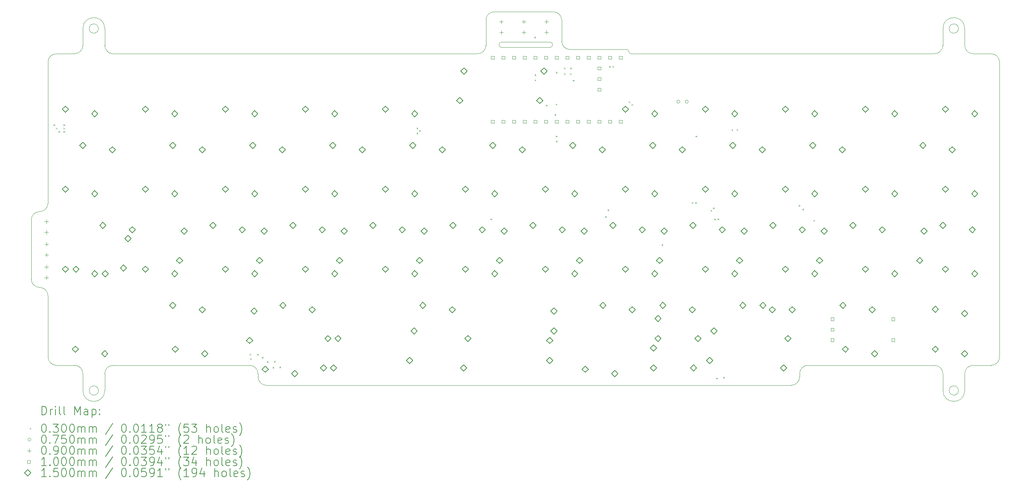
<source format=gbr>
%TF.GenerationSoftware,KiCad,Pcbnew,7.0.11-7.0.11~ubuntu22.04.1*%
%TF.CreationDate,2024-05-14T18:35:05+02:00*%
%TF.ProjectId,alpha4,616c7068-6134-42e6-9b69-6361645f7063,rev?*%
%TF.SameCoordinates,Original*%
%TF.FileFunction,Drillmap*%
%TF.FilePolarity,Positive*%
%FSLAX45Y45*%
G04 Gerber Fmt 4.5, Leading zero omitted, Abs format (unit mm)*
G04 Created by KiCad (PCBNEW 7.0.11-7.0.11~ubuntu22.04.1) date 2024-05-14 18:35:05*
%MOMM*%
%LPD*%
G01*
G04 APERTURE LIST*
%ADD10C,0.100000*%
%ADD11C,0.050000*%
%ADD12C,0.200000*%
%ADD13C,0.150000*%
G04 APERTURE END LIST*
D10*
X23909380Y-10220000D02*
G75*
G03*
X23709375Y-10020000I-200000J0D01*
G01*
X3430630Y-10220000D02*
G75*
G03*
X3230625Y-10020000I-200000J0D01*
G01*
X25060000Y-2600000D02*
X24629375Y-2600000D01*
X16382500Y-2500000D02*
X15032500Y-2500000D01*
X20697500Y-10020000D02*
G75*
G03*
X20497500Y-10220000I0J-200000D01*
G01*
X2200000Y-7965000D02*
G75*
G03*
X2400000Y-8165000I200000J0D01*
G01*
X3430625Y-2000000D02*
X3430625Y-2400000D01*
X7600620Y-10296250D02*
G75*
G03*
X7800625Y-10496250I200000J0D01*
G01*
D11*
X13402000Y-2320000D02*
G75*
G03*
X13402000Y-2450000I0J-65000D01*
G01*
D10*
X24279375Y-2000000D02*
G75*
G03*
X24059375Y-2000000I-110000J0D01*
G01*
X24059375Y-2000000D02*
G75*
G03*
X24279375Y-2000000I110000J0D01*
G01*
D11*
X14550000Y-2450000D02*
G75*
G03*
X14550000Y-2320000I0J65000D01*
G01*
D10*
X2200000Y-6560000D02*
X2200000Y-7965000D01*
D11*
X13402000Y-2320000D02*
X14550000Y-2320000D01*
D10*
X23709375Y-2600000D02*
X16482500Y-2600000D01*
X14632500Y-1599375D02*
X13227500Y-1599375D01*
X24429375Y-2000000D02*
G75*
G03*
X23909375Y-2000000I-260000J0D01*
G01*
X12827500Y-2600000D02*
G75*
G03*
X13027500Y-2400000I0J200000D01*
G01*
X13027500Y-1799375D02*
X13027500Y-2400000D01*
X3430625Y-10620000D02*
G75*
G03*
X3950625Y-10620000I260000J0D01*
G01*
X3950620Y-2400000D02*
G75*
G03*
X4150625Y-2600000I200000J0D01*
G01*
X7600630Y-10220000D02*
G75*
G03*
X7400625Y-10020000I-200000J0D01*
G01*
X25260000Y-9820000D02*
X25260000Y-2800000D01*
X3430625Y-10220000D02*
X3430625Y-10620000D01*
X2600000Y-8365000D02*
X2600000Y-9820000D01*
X3800625Y-2000000D02*
G75*
G03*
X3580625Y-2000000I-110000J0D01*
G01*
X3580625Y-2000000D02*
G75*
G03*
X3800625Y-2000000I110000J0D01*
G01*
X3800625Y-10620000D02*
G75*
G03*
X3580625Y-10620000I-110000J0D01*
G01*
X3580625Y-10620000D02*
G75*
G03*
X3800625Y-10620000I110000J0D01*
G01*
X14832495Y-1799375D02*
G75*
G03*
X14632500Y-1599375I-199995J5D01*
G01*
X14832500Y-2300000D02*
X14832500Y-1799375D01*
X20297500Y-10496250D02*
G75*
G03*
X20497500Y-10296250I0J200000D01*
G01*
X2800000Y-2600000D02*
G75*
G03*
X2600000Y-2800000I0J-200000D01*
G01*
X24429375Y-2400000D02*
X24429375Y-2000000D01*
X2400000Y-6360000D02*
G75*
G03*
X2200000Y-6560000I0J-200000D01*
G01*
X7600625Y-10220000D02*
X7600625Y-10296250D01*
X3950625Y-10620000D02*
X3950625Y-10220000D01*
X2600000Y-9820000D02*
G75*
G03*
X2800000Y-10020000I200000J0D01*
G01*
X4150625Y-10020005D02*
G75*
G03*
X3950625Y-10220000I-5J-199995D01*
G01*
X23909375Y-10220000D02*
X23909375Y-10620000D01*
X3230625Y-2599995D02*
G75*
G03*
X3430625Y-2400000I5J199995D01*
G01*
D11*
X14550000Y-2450000D02*
X13402000Y-2450000D01*
D10*
X14832500Y-2300000D02*
G75*
G03*
X15032500Y-2500000I200000J0D01*
G01*
X16432500Y-2550000D02*
G75*
G03*
X16482500Y-2600000I50000J0D01*
G01*
X3950625Y-2400000D02*
X3950625Y-2000000D01*
X25260000Y-2800000D02*
G75*
G03*
X25060000Y-2600000I-200000J0D01*
G01*
X12827500Y-2600000D02*
X4150625Y-2600000D01*
X24429370Y-2400000D02*
G75*
G03*
X24629375Y-2600000I200000J0D01*
G01*
X3950625Y-2000000D02*
G75*
G03*
X3430625Y-2000000I-260000J0D01*
G01*
X23909375Y-2000000D02*
X23909375Y-2400000D01*
X2600000Y-8365000D02*
G75*
G03*
X2400000Y-8165000I-200000J0D01*
G01*
X20697500Y-10020000D02*
X23709375Y-10020000D01*
X25060000Y-10020000D02*
G75*
G03*
X25260000Y-9820000I0J200000D01*
G01*
X3230625Y-2600000D02*
X2800000Y-2600000D01*
X24629375Y-10020000D02*
X25060000Y-10020000D01*
X2600000Y-2800000D02*
X2600000Y-6160000D01*
X24429375Y-10620000D02*
X24429375Y-10220000D01*
X23909375Y-10620000D02*
G75*
G03*
X24429375Y-10620000I260000J0D01*
G01*
X4150625Y-10020000D02*
X7400625Y-10020000D01*
X16432500Y-2550000D02*
G75*
G03*
X16382500Y-2500000I-50000J0D01*
G01*
X23709375Y-2599995D02*
G75*
G03*
X23909375Y-2400000I5J199995D01*
G01*
X2800000Y-10020000D02*
X3230625Y-10020000D01*
X2400000Y-6360000D02*
G75*
G03*
X2600000Y-6160000I0J200000D01*
G01*
X13227500Y-1599370D02*
G75*
G03*
X13027500Y-1799375I0J-200000D01*
G01*
X20497500Y-10296250D02*
X20497500Y-10220000D01*
X7800625Y-10496250D02*
X20297500Y-10496250D01*
X24279375Y-10620000D02*
G75*
G03*
X24059375Y-10620000I-110000J0D01*
G01*
X24059375Y-10620000D02*
G75*
G03*
X24279375Y-10620000I110000J0D01*
G01*
X24629375Y-10020005D02*
G75*
G03*
X24429375Y-10220000I-5J-199995D01*
G01*
D12*
D10*
X2728000Y-4282000D02*
X2758000Y-4312000D01*
X2758000Y-4282000D02*
X2728000Y-4312000D01*
X2788000Y-4362000D02*
X2818000Y-4392000D01*
X2818000Y-4362000D02*
X2788000Y-4392000D01*
X2848000Y-4442000D02*
X2878000Y-4472000D01*
X2878000Y-4442000D02*
X2848000Y-4472000D01*
X2968000Y-4281999D02*
X2998000Y-4311999D01*
X2998000Y-4281999D02*
X2968000Y-4311999D01*
X2968000Y-4362000D02*
X2998000Y-4392000D01*
X2998000Y-4362000D02*
X2968000Y-4392000D01*
X2968000Y-4442000D02*
X2998000Y-4472000D01*
X2998000Y-4442000D02*
X2968000Y-4472000D01*
X7401831Y-9747815D02*
X7431831Y-9777815D01*
X7431831Y-9747815D02*
X7401831Y-9777815D01*
X7416000Y-9854000D02*
X7446000Y-9884000D01*
X7446000Y-9854000D02*
X7416000Y-9884000D01*
X7580000Y-9750000D02*
X7610000Y-9780000D01*
X7610000Y-9750000D02*
X7580000Y-9780000D01*
X7696000Y-9823000D02*
X7726000Y-9853000D01*
X7726000Y-9823000D02*
X7696000Y-9853000D01*
X7812761Y-9923239D02*
X7842761Y-9953239D01*
X7842761Y-9923239D02*
X7812761Y-9953239D01*
X7950261Y-10060739D02*
X7980261Y-10090739D01*
X7980261Y-10060739D02*
X7950261Y-10090739D01*
X7984000Y-9913800D02*
X8014000Y-9943800D01*
X8014000Y-9913800D02*
X7984000Y-9943800D01*
X8110114Y-10050886D02*
X8140114Y-10080886D01*
X8140114Y-10050886D02*
X8110114Y-10080886D01*
X11377500Y-4361000D02*
X11407500Y-4391000D01*
X11407500Y-4361000D02*
X11377500Y-4391000D01*
X11377500Y-4481000D02*
X11407500Y-4511000D01*
X11407500Y-4481000D02*
X11377500Y-4511000D01*
X11434838Y-4421000D02*
X11464838Y-4451000D01*
X11464838Y-4421000D02*
X11434838Y-4451000D01*
X13134000Y-6524000D02*
X13164000Y-6554000D01*
X13164000Y-6524000D02*
X13134000Y-6554000D01*
X14180000Y-2195000D02*
X14210000Y-2225000D01*
X14210000Y-2195000D02*
X14180000Y-2225000D01*
X14187000Y-3092500D02*
X14217000Y-3122500D01*
X14217000Y-3092500D02*
X14187000Y-3122500D01*
X14187000Y-3212500D02*
X14217000Y-3242500D01*
X14217000Y-3212500D02*
X14187000Y-3242500D01*
X14455000Y-3815000D02*
X14485000Y-3845000D01*
X14485000Y-3815000D02*
X14455000Y-3845000D01*
X14663000Y-4039000D02*
X14693000Y-4069000D01*
X14693000Y-4039000D02*
X14663000Y-4069000D01*
X14689221Y-3790165D02*
X14719221Y-3820165D01*
X14719221Y-3790165D02*
X14689221Y-3820165D01*
X14694000Y-4552500D02*
X14724000Y-4582500D01*
X14724000Y-4552500D02*
X14694000Y-4582500D01*
X14695000Y-3030000D02*
X14725000Y-3060000D01*
X14725000Y-3030000D02*
X14695000Y-3060000D01*
X14695000Y-4672500D02*
X14725000Y-4702500D01*
X14725000Y-4672500D02*
X14695000Y-4702500D01*
X14889000Y-2929000D02*
X14919000Y-2959000D01*
X14919000Y-2929000D02*
X14889000Y-2959000D01*
X14889000Y-3065000D02*
X14919000Y-3095000D01*
X14919000Y-3065000D02*
X14889000Y-3095000D01*
X15033000Y-3065000D02*
X15063000Y-3095000D01*
X15063000Y-3065000D02*
X15033000Y-3095000D01*
X15035000Y-2930000D02*
X15065000Y-2960000D01*
X15065000Y-2930000D02*
X15035000Y-2960000D01*
X15100000Y-3224000D02*
X15130000Y-3254000D01*
X15130000Y-3224000D02*
X15100000Y-3254000D01*
X15864000Y-6470500D02*
X15894000Y-6500500D01*
X15894000Y-6470500D02*
X15864000Y-6500500D01*
X15925000Y-6308000D02*
X15955000Y-6338000D01*
X15955000Y-6308000D02*
X15925000Y-6338000D01*
X15961000Y-2892000D02*
X15991000Y-2922000D01*
X15991000Y-2892000D02*
X15961000Y-2922000D01*
X16040992Y-2893111D02*
X16070992Y-2923111D01*
X16070992Y-2893111D02*
X16040992Y-2923111D01*
X16428000Y-3733000D02*
X16458000Y-3763000D01*
X16458000Y-3733000D02*
X16428000Y-3763000D01*
X16495000Y-3793000D02*
X16525000Y-3823000D01*
X16525000Y-3793000D02*
X16495000Y-3823000D01*
X17212060Y-7140060D02*
X17242060Y-7170060D01*
X17242060Y-7140060D02*
X17212060Y-7170060D01*
X17932000Y-6136000D02*
X17962000Y-6166000D01*
X17962000Y-6136000D02*
X17932000Y-6166000D01*
X18012000Y-6136000D02*
X18042000Y-6166000D01*
X18042000Y-6136000D02*
X18012000Y-6166000D01*
X18018000Y-4552500D02*
X18048000Y-4582500D01*
X18048000Y-4552500D02*
X18018000Y-4582500D01*
X18378302Y-6320301D02*
X18408302Y-6350301D01*
X18408302Y-6320301D02*
X18378302Y-6350301D01*
X18434870Y-6263733D02*
X18464870Y-6293733D01*
X18464870Y-6263733D02*
X18434870Y-6293733D01*
X18464000Y-6527000D02*
X18494000Y-6557000D01*
X18494000Y-6527000D02*
X18464000Y-6557000D01*
X18512000Y-10316000D02*
X18542000Y-10346000D01*
X18542000Y-10316000D02*
X18512000Y-10346000D01*
X18545927Y-6524073D02*
X18575927Y-6554073D01*
X18575927Y-6524073D02*
X18545927Y-6554073D01*
X18674000Y-10298800D02*
X18704000Y-10328800D01*
X18704000Y-10298800D02*
X18674000Y-10328800D01*
X18877500Y-4401000D02*
X18907500Y-4431000D01*
X18907500Y-4401000D02*
X18877500Y-4431000D01*
X18997500Y-4399000D02*
X19027500Y-4429000D01*
X19027500Y-4399000D02*
X18997500Y-4429000D01*
X20472574Y-6202573D02*
X20502574Y-6232573D01*
X20502574Y-6202573D02*
X20472574Y-6232573D01*
X20562000Y-6293000D02*
X20592000Y-6323000D01*
X20592000Y-6293000D02*
X20562000Y-6323000D01*
X20826000Y-6557000D02*
X20856000Y-6587000D01*
X20856000Y-6557000D02*
X20826000Y-6587000D01*
X17647500Y-3741000D02*
G75*
G03*
X17572500Y-3741000I-37500J0D01*
G01*
X17572500Y-3741000D02*
G75*
G03*
X17647500Y-3741000I37500J0D01*
G01*
X17847500Y-3741000D02*
G75*
G03*
X17772500Y-3741000I-37500J0D01*
G01*
X17772500Y-3741000D02*
G75*
G03*
X17847500Y-3741000I37500J0D01*
G01*
X2564000Y-6553500D02*
X2564000Y-6643500D01*
X2519000Y-6598500D02*
X2609000Y-6598500D01*
X2564000Y-6807500D02*
X2564000Y-6897500D01*
X2519000Y-6852500D02*
X2609000Y-6852500D01*
X2564000Y-7629500D02*
X2564000Y-7719500D01*
X2519000Y-7674500D02*
X2609000Y-7674500D01*
X2564000Y-7883500D02*
X2564000Y-7973500D01*
X2519000Y-7928500D02*
X2609000Y-7928500D01*
X2565000Y-7092500D02*
X2565000Y-7182500D01*
X2520000Y-7137500D02*
X2610000Y-7137500D01*
X2565000Y-7346500D02*
X2565000Y-7436500D01*
X2520000Y-7391500D02*
X2610000Y-7391500D01*
X13394000Y-1791500D02*
X13394000Y-1881500D01*
X13349000Y-1836500D02*
X13439000Y-1836500D01*
X13394000Y-2045500D02*
X13394000Y-2135500D01*
X13349000Y-2090500D02*
X13439000Y-2090500D01*
X13931000Y-1790500D02*
X13931000Y-1880500D01*
X13886000Y-1835500D02*
X13976000Y-1835500D01*
X13931000Y-2044500D02*
X13931000Y-2134500D01*
X13886000Y-2089500D02*
X13976000Y-2089500D01*
X14470000Y-1789500D02*
X14470000Y-1879500D01*
X14425000Y-1834500D02*
X14515000Y-1834500D01*
X14470000Y-2043500D02*
X14470000Y-2133500D01*
X14425000Y-2088500D02*
X14515000Y-2088500D01*
X13221356Y-2727356D02*
X13221356Y-2656644D01*
X13150644Y-2656644D01*
X13150644Y-2727356D01*
X13221356Y-2727356D01*
X13221356Y-4251356D02*
X13221356Y-4180644D01*
X13150644Y-4180644D01*
X13150644Y-4251356D01*
X13221356Y-4251356D01*
X13475356Y-2727356D02*
X13475356Y-2656644D01*
X13404644Y-2656644D01*
X13404644Y-2727356D01*
X13475356Y-2727356D01*
X13475356Y-4251356D02*
X13475356Y-4180644D01*
X13404644Y-4180644D01*
X13404644Y-4251356D01*
X13475356Y-4251356D01*
X13729356Y-2727356D02*
X13729356Y-2656644D01*
X13658644Y-2656644D01*
X13658644Y-2727356D01*
X13729356Y-2727356D01*
X13729356Y-4251356D02*
X13729356Y-4180644D01*
X13658644Y-4180644D01*
X13658644Y-4251356D01*
X13729356Y-4251356D01*
X13983356Y-2727356D02*
X13983356Y-2656644D01*
X13912644Y-2656644D01*
X13912644Y-2727356D01*
X13983356Y-2727356D01*
X13983356Y-4251356D02*
X13983356Y-4180644D01*
X13912644Y-4180644D01*
X13912644Y-4251356D01*
X13983356Y-4251356D01*
X14237356Y-2727356D02*
X14237356Y-2656644D01*
X14166644Y-2656644D01*
X14166644Y-2727356D01*
X14237356Y-2727356D01*
X14237356Y-4251356D02*
X14237356Y-4180644D01*
X14166644Y-4180644D01*
X14166644Y-4251356D01*
X14237356Y-4251356D01*
X14491356Y-2727356D02*
X14491356Y-2656644D01*
X14420644Y-2656644D01*
X14420644Y-2727356D01*
X14491356Y-2727356D01*
X14491356Y-4251356D02*
X14491356Y-4180644D01*
X14420644Y-4180644D01*
X14420644Y-4251356D01*
X14491356Y-4251356D01*
X14745356Y-2727356D02*
X14745356Y-2656644D01*
X14674644Y-2656644D01*
X14674644Y-2727356D01*
X14745356Y-2727356D01*
X14745356Y-4251356D02*
X14745356Y-4180644D01*
X14674644Y-4180644D01*
X14674644Y-4251356D01*
X14745356Y-4251356D01*
X14999356Y-2727356D02*
X14999356Y-2656644D01*
X14928644Y-2656644D01*
X14928644Y-2727356D01*
X14999356Y-2727356D01*
X14999356Y-4251356D02*
X14999356Y-4180644D01*
X14928644Y-4180644D01*
X14928644Y-4251356D01*
X14999356Y-4251356D01*
X15253356Y-2727356D02*
X15253356Y-2656644D01*
X15182644Y-2656644D01*
X15182644Y-2727356D01*
X15253356Y-2727356D01*
X15253356Y-4251356D02*
X15253356Y-4180644D01*
X15182644Y-4180644D01*
X15182644Y-4251356D01*
X15253356Y-4251356D01*
X15507356Y-2727356D02*
X15507356Y-2656644D01*
X15436644Y-2656644D01*
X15436644Y-2727356D01*
X15507356Y-2727356D01*
X15507356Y-4251356D02*
X15507356Y-4180644D01*
X15436644Y-4180644D01*
X15436644Y-4251356D01*
X15507356Y-4251356D01*
X15761356Y-2727356D02*
X15761356Y-2656644D01*
X15690644Y-2656644D01*
X15690644Y-2727356D01*
X15761356Y-2727356D01*
X15761356Y-2981356D02*
X15761356Y-2910644D01*
X15690644Y-2910644D01*
X15690644Y-2981356D01*
X15761356Y-2981356D01*
X15761356Y-3235356D02*
X15761356Y-3164644D01*
X15690644Y-3164644D01*
X15690644Y-3235356D01*
X15761356Y-3235356D01*
X15761356Y-3489356D02*
X15761356Y-3418644D01*
X15690644Y-3418644D01*
X15690644Y-3489356D01*
X15761356Y-3489356D01*
X15761356Y-4251356D02*
X15761356Y-4180644D01*
X15690644Y-4180644D01*
X15690644Y-4251356D01*
X15761356Y-4251356D01*
X16015356Y-2727356D02*
X16015356Y-2656644D01*
X15944644Y-2656644D01*
X15944644Y-2727356D01*
X16015356Y-2727356D01*
X16015356Y-4251356D02*
X16015356Y-4180644D01*
X15944644Y-4180644D01*
X15944644Y-4251356D01*
X16015356Y-4251356D01*
X16269356Y-2727356D02*
X16269356Y-2656644D01*
X16198644Y-2656644D01*
X16198644Y-2727356D01*
X16269356Y-2727356D01*
X16269356Y-4251356D02*
X16269356Y-4180644D01*
X16198644Y-4180644D01*
X16198644Y-4251356D01*
X16269356Y-4251356D01*
X21311606Y-8952856D02*
X21311606Y-8882144D01*
X21240894Y-8882144D01*
X21240894Y-8952856D01*
X21311606Y-8952856D01*
X21311606Y-9202856D02*
X21311606Y-9132144D01*
X21240894Y-9132144D01*
X21240894Y-9202856D01*
X21311606Y-9202856D01*
X21311606Y-9452856D02*
X21311606Y-9382144D01*
X21240894Y-9382144D01*
X21240894Y-9452856D01*
X21311606Y-9452856D01*
X22761606Y-8952856D02*
X22761606Y-8882144D01*
X22690894Y-8882144D01*
X22690894Y-8952856D01*
X22761606Y-8952856D01*
X22761606Y-9452856D02*
X22761606Y-9382144D01*
X22690894Y-9382144D01*
X22690894Y-9452856D01*
X22761606Y-9452856D01*
D13*
X3012500Y-3997500D02*
X3087500Y-3922500D01*
X3012500Y-3847500D01*
X2937500Y-3922500D01*
X3012500Y-3997500D01*
X3012500Y-5902500D02*
X3087500Y-5827500D01*
X3012500Y-5752500D01*
X2937500Y-5827500D01*
X3012500Y-5902500D01*
X3012500Y-7807500D02*
X3087500Y-7732500D01*
X3012500Y-7657500D01*
X2937500Y-7732500D01*
X3012500Y-7807500D01*
X3250625Y-9712500D02*
X3325625Y-9637500D01*
X3250625Y-9562500D01*
X3175625Y-9637500D01*
X3250625Y-9712500D01*
X3265025Y-7807500D02*
X3340025Y-7732500D01*
X3265025Y-7657500D01*
X3190025Y-7732500D01*
X3265025Y-7807500D01*
X3430625Y-4857500D02*
X3505625Y-4782500D01*
X3430625Y-4707500D01*
X3355625Y-4782500D01*
X3430625Y-4857500D01*
X3712500Y-4102500D02*
X3787500Y-4027500D01*
X3712500Y-3952500D01*
X3637500Y-4027500D01*
X3712500Y-4102500D01*
X3712500Y-6007500D02*
X3787500Y-5932500D01*
X3712500Y-5857500D01*
X3637500Y-5932500D01*
X3712500Y-6007500D01*
X3712500Y-7912500D02*
X3787500Y-7837500D01*
X3712500Y-7762500D01*
X3637500Y-7837500D01*
X3712500Y-7912500D01*
X3906875Y-6762500D02*
X3981875Y-6687500D01*
X3906875Y-6612500D01*
X3831875Y-6687500D01*
X3906875Y-6762500D01*
X3950625Y-9817500D02*
X4025625Y-9742500D01*
X3950625Y-9667500D01*
X3875625Y-9742500D01*
X3950625Y-9817500D01*
X3965025Y-7912500D02*
X4040025Y-7837500D01*
X3965025Y-7762500D01*
X3890025Y-7837500D01*
X3965025Y-7912500D01*
X4130625Y-4962500D02*
X4205625Y-4887500D01*
X4130625Y-4812500D01*
X4055625Y-4887500D01*
X4130625Y-4962500D01*
X4398750Y-7777500D02*
X4473750Y-7702500D01*
X4398750Y-7627500D01*
X4323750Y-7702500D01*
X4398750Y-7777500D01*
X4503750Y-7077500D02*
X4578750Y-7002500D01*
X4503750Y-6927500D01*
X4428750Y-7002500D01*
X4503750Y-7077500D01*
X4606875Y-6867500D02*
X4681875Y-6792500D01*
X4606875Y-6717500D01*
X4531875Y-6792500D01*
X4606875Y-6867500D01*
X4917500Y-3997500D02*
X4992500Y-3922500D01*
X4917500Y-3847500D01*
X4842500Y-3922500D01*
X4917500Y-3997500D01*
X4917500Y-5902500D02*
X4992500Y-5827500D01*
X4917500Y-5752500D01*
X4842500Y-5827500D01*
X4917500Y-5902500D01*
X4917500Y-7807500D02*
X4992500Y-7732500D01*
X4917500Y-7657500D01*
X4842500Y-7732500D01*
X4917500Y-7807500D01*
X5573750Y-4857500D02*
X5648750Y-4782500D01*
X5573750Y-4707500D01*
X5498750Y-4782500D01*
X5573750Y-4857500D01*
X5573750Y-8667500D02*
X5648750Y-8592500D01*
X5573750Y-8517500D01*
X5498750Y-8592500D01*
X5573750Y-8667500D01*
X5617500Y-4102500D02*
X5692500Y-4027500D01*
X5617500Y-3952500D01*
X5542500Y-4027500D01*
X5617500Y-4102500D01*
X5617500Y-6007500D02*
X5692500Y-5932500D01*
X5617500Y-5857500D01*
X5542500Y-5932500D01*
X5617500Y-6007500D01*
X5617500Y-7912500D02*
X5692500Y-7837500D01*
X5617500Y-7762500D01*
X5542500Y-7837500D01*
X5617500Y-7912500D01*
X5631875Y-9712500D02*
X5706875Y-9637500D01*
X5631875Y-9562500D01*
X5556875Y-9637500D01*
X5631875Y-9712500D01*
X5735000Y-7597500D02*
X5810000Y-7522500D01*
X5735000Y-7447500D01*
X5660000Y-7522500D01*
X5735000Y-7597500D01*
X5840000Y-6897500D02*
X5915000Y-6822500D01*
X5840000Y-6747500D01*
X5765000Y-6822500D01*
X5840000Y-6897500D01*
X6273750Y-4962500D02*
X6348750Y-4887500D01*
X6273750Y-4812500D01*
X6198750Y-4887500D01*
X6273750Y-4962500D01*
X6273750Y-8772500D02*
X6348750Y-8697500D01*
X6273750Y-8622500D01*
X6198750Y-8697500D01*
X6273750Y-8772500D01*
X6331875Y-9817500D02*
X6406875Y-9742500D01*
X6331875Y-9667500D01*
X6256875Y-9742500D01*
X6331875Y-9817500D01*
X6526250Y-6762500D02*
X6601250Y-6687500D01*
X6526250Y-6612500D01*
X6451250Y-6687500D01*
X6526250Y-6762500D01*
X6822500Y-3997500D02*
X6897500Y-3922500D01*
X6822500Y-3847500D01*
X6747500Y-3922500D01*
X6822500Y-3997500D01*
X6822500Y-5902500D02*
X6897500Y-5827500D01*
X6822500Y-5752500D01*
X6747500Y-5827500D01*
X6822500Y-5902500D01*
X6822500Y-7807500D02*
X6897500Y-7732500D01*
X6822500Y-7657500D01*
X6747500Y-7732500D01*
X6822500Y-7807500D01*
X7226250Y-6867500D02*
X7301250Y-6792500D01*
X7226250Y-6717500D01*
X7151250Y-6792500D01*
X7226250Y-6867500D01*
X7401875Y-9502500D02*
X7476875Y-9427500D01*
X7401875Y-9352500D01*
X7326875Y-9427500D01*
X7401875Y-9502500D01*
X7478750Y-4857500D02*
X7553750Y-4782500D01*
X7478750Y-4707500D01*
X7403750Y-4782500D01*
X7478750Y-4857500D01*
X7506875Y-8802500D02*
X7581875Y-8727500D01*
X7506875Y-8652500D01*
X7431875Y-8727500D01*
X7506875Y-8802500D01*
X7522500Y-4102500D02*
X7597500Y-4027500D01*
X7522500Y-3952500D01*
X7447500Y-4027500D01*
X7522500Y-4102500D01*
X7522500Y-6007500D02*
X7597500Y-5932500D01*
X7522500Y-5857500D01*
X7447500Y-5932500D01*
X7522500Y-6007500D01*
X7522500Y-7912500D02*
X7597500Y-7837500D01*
X7522500Y-7762500D01*
X7447500Y-7837500D01*
X7522500Y-7912500D01*
X7640000Y-7597500D02*
X7715000Y-7522500D01*
X7640000Y-7447500D01*
X7565000Y-7522500D01*
X7640000Y-7597500D01*
X7745000Y-6897500D02*
X7820000Y-6822500D01*
X7745000Y-6747500D01*
X7670000Y-6822500D01*
X7745000Y-6897500D01*
X7774950Y-10188800D02*
X7849950Y-10113800D01*
X7774950Y-10038800D01*
X7699950Y-10113800D01*
X7774950Y-10188800D01*
X8178750Y-4962500D02*
X8253750Y-4887500D01*
X8178750Y-4812500D01*
X8103750Y-4887500D01*
X8178750Y-4962500D01*
X8193125Y-8667500D02*
X8268125Y-8592500D01*
X8193125Y-8517500D01*
X8118125Y-8592500D01*
X8193125Y-8667500D01*
X8431250Y-6762500D02*
X8506250Y-6687500D01*
X8431250Y-6612500D01*
X8356250Y-6687500D01*
X8431250Y-6762500D01*
X8474950Y-10293800D02*
X8549950Y-10218800D01*
X8474950Y-10143800D01*
X8399950Y-10218800D01*
X8474950Y-10293800D01*
X8727500Y-3997500D02*
X8802500Y-3922500D01*
X8727500Y-3847500D01*
X8652500Y-3922500D01*
X8727500Y-3997500D01*
X8727500Y-5902500D02*
X8802500Y-5827500D01*
X8727500Y-5752500D01*
X8652500Y-5827500D01*
X8727500Y-5902500D01*
X8727500Y-7807500D02*
X8802500Y-7732500D01*
X8727500Y-7657500D01*
X8652500Y-7732500D01*
X8727500Y-7807500D01*
X8893125Y-8772500D02*
X8968125Y-8697500D01*
X8893125Y-8622500D01*
X8818125Y-8697500D01*
X8893125Y-8772500D01*
X9131250Y-6867500D02*
X9206250Y-6792500D01*
X9131250Y-6717500D01*
X9056250Y-6792500D01*
X9131250Y-6867500D01*
X9161225Y-10158750D02*
X9236225Y-10083750D01*
X9161225Y-10008750D01*
X9086225Y-10083750D01*
X9161225Y-10158750D01*
X9266225Y-9458750D02*
X9341225Y-9383750D01*
X9266225Y-9308750D01*
X9191225Y-9383750D01*
X9266225Y-9458750D01*
X9383750Y-4857500D02*
X9458750Y-4782500D01*
X9383750Y-4707500D01*
X9308750Y-4782500D01*
X9383750Y-4857500D01*
X9399350Y-10158800D02*
X9474350Y-10083800D01*
X9399350Y-10008800D01*
X9324350Y-10083800D01*
X9399350Y-10158800D01*
X9427500Y-4102500D02*
X9502500Y-4027500D01*
X9427500Y-3952500D01*
X9352500Y-4027500D01*
X9427500Y-4102500D01*
X9427500Y-6007500D02*
X9502500Y-5932500D01*
X9427500Y-5857500D01*
X9352500Y-5932500D01*
X9427500Y-6007500D01*
X9427500Y-7912500D02*
X9502500Y-7837500D01*
X9427500Y-7762500D01*
X9352500Y-7837500D01*
X9427500Y-7912500D01*
X9504350Y-9458800D02*
X9579350Y-9383800D01*
X9504350Y-9308800D01*
X9429350Y-9383800D01*
X9504350Y-9458800D01*
X9545000Y-7597500D02*
X9620000Y-7522500D01*
X9545000Y-7447500D01*
X9470000Y-7522500D01*
X9545000Y-7597500D01*
X9650000Y-6897500D02*
X9725000Y-6822500D01*
X9650000Y-6747500D01*
X9575000Y-6822500D01*
X9650000Y-6897500D01*
X10083750Y-4962500D02*
X10158750Y-4887500D01*
X10083750Y-4812500D01*
X10008750Y-4887500D01*
X10083750Y-4962500D01*
X10336250Y-6762500D02*
X10411250Y-6687500D01*
X10336250Y-6612500D01*
X10261250Y-6687500D01*
X10336250Y-6762500D01*
X10632500Y-3997500D02*
X10707500Y-3922500D01*
X10632500Y-3847500D01*
X10557500Y-3922500D01*
X10632500Y-3997500D01*
X10632500Y-5902500D02*
X10707500Y-5827500D01*
X10632500Y-5752500D01*
X10557500Y-5827500D01*
X10632500Y-5902500D01*
X10632500Y-7807500D02*
X10707500Y-7732500D01*
X10632500Y-7657500D01*
X10557500Y-7732500D01*
X10632500Y-7807500D01*
X11036250Y-6867500D02*
X11111250Y-6792500D01*
X11036250Y-6717500D01*
X10961250Y-6792500D01*
X11036250Y-6867500D01*
X11211900Y-9978750D02*
X11286900Y-9903750D01*
X11211900Y-9828750D01*
X11136900Y-9903750D01*
X11211900Y-9978750D01*
X11288750Y-4857500D02*
X11363750Y-4782500D01*
X11288750Y-4707500D01*
X11213750Y-4782500D01*
X11288750Y-4857500D01*
X11316900Y-9278750D02*
X11391900Y-9203750D01*
X11316900Y-9128750D01*
X11241900Y-9203750D01*
X11316900Y-9278750D01*
X11332500Y-4102500D02*
X11407500Y-4027500D01*
X11332500Y-3952500D01*
X11257500Y-4027500D01*
X11332500Y-4102500D01*
X11332500Y-6007500D02*
X11407500Y-5932500D01*
X11332500Y-5857500D01*
X11257500Y-5932500D01*
X11332500Y-6007500D01*
X11332500Y-7912500D02*
X11407500Y-7837500D01*
X11332500Y-7762500D01*
X11257500Y-7837500D01*
X11332500Y-7912500D01*
X11450000Y-7597500D02*
X11525000Y-7522500D01*
X11450000Y-7447500D01*
X11375000Y-7522500D01*
X11450000Y-7597500D01*
X11526875Y-8667500D02*
X11601875Y-8592500D01*
X11526875Y-8517500D01*
X11451875Y-8592500D01*
X11526875Y-8667500D01*
X11555000Y-6897500D02*
X11630000Y-6822500D01*
X11555000Y-6747500D01*
X11480000Y-6822500D01*
X11555000Y-6897500D01*
X11988750Y-4962500D02*
X12063750Y-4887500D01*
X11988750Y-4812500D01*
X11913750Y-4887500D01*
X11988750Y-4962500D01*
X12226875Y-8772500D02*
X12301875Y-8697500D01*
X12226875Y-8622500D01*
X12151875Y-8697500D01*
X12226875Y-8772500D01*
X12241250Y-6762500D02*
X12316250Y-6687500D01*
X12241250Y-6612500D01*
X12166250Y-6687500D01*
X12241250Y-6762500D01*
X12402500Y-3787500D02*
X12477500Y-3712500D01*
X12402500Y-3637500D01*
X12327500Y-3712500D01*
X12402500Y-3787500D01*
X12495025Y-10158800D02*
X12570025Y-10083800D01*
X12495025Y-10008800D01*
X12420025Y-10083800D01*
X12495025Y-10158800D01*
X12507500Y-3087500D02*
X12582500Y-3012500D01*
X12507500Y-2937500D01*
X12432500Y-3012500D01*
X12507500Y-3087500D01*
X12537500Y-5902500D02*
X12612500Y-5827500D01*
X12537500Y-5752500D01*
X12462500Y-5827500D01*
X12537500Y-5902500D01*
X12537500Y-7807500D02*
X12612500Y-7732500D01*
X12537500Y-7657500D01*
X12462500Y-7732500D01*
X12537500Y-7807500D01*
X12600025Y-9458800D02*
X12675025Y-9383800D01*
X12600025Y-9308800D01*
X12525025Y-9383800D01*
X12600025Y-9458800D01*
X12941250Y-6867500D02*
X13016250Y-6792500D01*
X12941250Y-6717500D01*
X12866250Y-6792500D01*
X12941250Y-6867500D01*
X13193750Y-4857500D02*
X13268750Y-4782500D01*
X13193750Y-4707500D01*
X13118750Y-4782500D01*
X13193750Y-4857500D01*
X13237500Y-6007500D02*
X13312500Y-5932500D01*
X13237500Y-5857500D01*
X13162500Y-5932500D01*
X13237500Y-6007500D01*
X13237500Y-7912500D02*
X13312500Y-7837500D01*
X13237500Y-7762500D01*
X13162500Y-7837500D01*
X13237500Y-7912500D01*
X13355000Y-7597500D02*
X13430000Y-7522500D01*
X13355000Y-7447500D01*
X13280000Y-7522500D01*
X13355000Y-7597500D01*
X13460000Y-6897500D02*
X13535000Y-6822500D01*
X13460000Y-6747500D01*
X13385000Y-6822500D01*
X13460000Y-6897500D01*
X13893750Y-4962500D02*
X13968750Y-4887500D01*
X13893750Y-4812500D01*
X13818750Y-4887500D01*
X13893750Y-4962500D01*
X14146250Y-6762500D02*
X14221250Y-6687500D01*
X14146250Y-6612500D01*
X14071250Y-6687500D01*
X14146250Y-6762500D01*
X14307500Y-3787500D02*
X14382500Y-3712500D01*
X14307500Y-3637500D01*
X14232500Y-3712500D01*
X14307500Y-3787500D01*
X14412500Y-3087500D02*
X14487500Y-3012500D01*
X14412500Y-2937500D01*
X14337500Y-3012500D01*
X14412500Y-3087500D01*
X14442500Y-5902500D02*
X14517500Y-5827500D01*
X14442500Y-5752500D01*
X14367500Y-5827500D01*
X14442500Y-5902500D01*
X14442500Y-7807500D02*
X14517500Y-7732500D01*
X14442500Y-7657500D01*
X14367500Y-7732500D01*
X14442500Y-7807500D01*
X14545600Y-9978750D02*
X14620600Y-9903750D01*
X14545600Y-9828750D01*
X14470600Y-9903750D01*
X14545600Y-9978750D01*
X14545625Y-9502500D02*
X14620625Y-9427500D01*
X14545625Y-9352500D01*
X14470625Y-9427500D01*
X14545625Y-9502500D01*
X14650600Y-9278750D02*
X14725600Y-9203750D01*
X14650600Y-9128750D01*
X14575600Y-9203750D01*
X14650600Y-9278750D01*
X14650625Y-8802500D02*
X14725625Y-8727500D01*
X14650625Y-8652500D01*
X14575625Y-8727500D01*
X14650625Y-8802500D01*
X14846250Y-6867500D02*
X14921250Y-6792500D01*
X14846250Y-6717500D01*
X14771250Y-6792500D01*
X14846250Y-6867500D01*
X15098750Y-4857500D02*
X15173750Y-4782500D01*
X15098750Y-4707500D01*
X15023750Y-4782500D01*
X15098750Y-4857500D01*
X15142500Y-6007500D02*
X15217500Y-5932500D01*
X15142500Y-5857500D01*
X15067500Y-5932500D01*
X15142500Y-6007500D01*
X15142500Y-7912500D02*
X15217500Y-7837500D01*
X15142500Y-7762500D01*
X15067500Y-7837500D01*
X15142500Y-7912500D01*
X15260000Y-7597500D02*
X15335000Y-7522500D01*
X15260000Y-7447500D01*
X15185000Y-7522500D01*
X15260000Y-7597500D01*
X15365000Y-6897500D02*
X15440000Y-6822500D01*
X15365000Y-6747500D01*
X15290000Y-6822500D01*
X15365000Y-6897500D01*
X15395025Y-10188800D02*
X15470025Y-10113800D01*
X15395025Y-10038800D01*
X15320025Y-10113800D01*
X15395025Y-10188800D01*
X15798750Y-4962500D02*
X15873750Y-4887500D01*
X15798750Y-4812500D01*
X15723750Y-4887500D01*
X15798750Y-4962500D01*
X15813125Y-8667500D02*
X15888125Y-8592500D01*
X15813125Y-8517500D01*
X15738125Y-8592500D01*
X15813125Y-8667500D01*
X16051250Y-6762500D02*
X16126250Y-6687500D01*
X16051250Y-6612500D01*
X15976250Y-6687500D01*
X16051250Y-6762500D01*
X16095025Y-10293800D02*
X16170025Y-10218800D01*
X16095025Y-10143800D01*
X16020025Y-10218800D01*
X16095025Y-10293800D01*
X16347500Y-3997500D02*
X16422500Y-3922500D01*
X16347500Y-3847500D01*
X16272500Y-3922500D01*
X16347500Y-3997500D01*
X16347500Y-5902500D02*
X16422500Y-5827500D01*
X16347500Y-5752500D01*
X16272500Y-5827500D01*
X16347500Y-5902500D01*
X16347500Y-7807500D02*
X16422500Y-7732500D01*
X16347500Y-7657500D01*
X16272500Y-7732500D01*
X16347500Y-7807500D01*
X16513125Y-8772500D02*
X16588125Y-8697500D01*
X16513125Y-8622500D01*
X16438125Y-8697500D01*
X16513125Y-8772500D01*
X16751250Y-6867500D02*
X16826250Y-6792500D01*
X16751250Y-6717500D01*
X16676250Y-6792500D01*
X16751250Y-6867500D01*
X17003750Y-4857500D02*
X17078750Y-4782500D01*
X17003750Y-4707500D01*
X16928750Y-4782500D01*
X17003750Y-4857500D01*
X17019375Y-9682500D02*
X17094375Y-9607500D01*
X17019375Y-9532500D01*
X16944375Y-9607500D01*
X17019375Y-9682500D01*
X17019400Y-10158800D02*
X17094400Y-10083800D01*
X17019400Y-10008800D01*
X16944400Y-10083800D01*
X17019400Y-10158800D01*
X17047500Y-4102500D02*
X17122500Y-4027500D01*
X17047500Y-3952500D01*
X16972500Y-4027500D01*
X17047500Y-4102500D01*
X17047500Y-6007500D02*
X17122500Y-5932500D01*
X17047500Y-5857500D01*
X16972500Y-5932500D01*
X17047500Y-6007500D01*
X17047500Y-7912500D02*
X17122500Y-7837500D01*
X17047500Y-7762500D01*
X16972500Y-7837500D01*
X17047500Y-7912500D01*
X17124375Y-8982500D02*
X17199375Y-8907500D01*
X17124375Y-8832500D01*
X17049375Y-8907500D01*
X17124375Y-8982500D01*
X17124400Y-9458800D02*
X17199400Y-9383800D01*
X17124400Y-9308800D01*
X17049400Y-9383800D01*
X17124400Y-9458800D01*
X17165000Y-7597500D02*
X17240000Y-7522500D01*
X17165000Y-7447500D01*
X17090000Y-7522500D01*
X17165000Y-7597500D01*
X17241875Y-8667500D02*
X17316875Y-8592500D01*
X17241875Y-8517500D01*
X17166875Y-8592500D01*
X17241875Y-8667500D01*
X17270000Y-6897500D02*
X17345000Y-6822500D01*
X17270000Y-6747500D01*
X17195000Y-6822500D01*
X17270000Y-6897500D01*
X17703750Y-4962500D02*
X17778750Y-4887500D01*
X17703750Y-4812500D01*
X17628750Y-4887500D01*
X17703750Y-4962500D01*
X17941875Y-8772500D02*
X18016875Y-8697500D01*
X17941875Y-8622500D01*
X17866875Y-8697500D01*
X17941875Y-8772500D01*
X17956250Y-6762500D02*
X18031250Y-6687500D01*
X17956250Y-6612500D01*
X17881250Y-6687500D01*
X17956250Y-6762500D01*
X17971900Y-10158750D02*
X18046900Y-10083750D01*
X17971900Y-10008750D01*
X17896900Y-10083750D01*
X17971900Y-10158750D01*
X18076900Y-9458750D02*
X18151900Y-9383750D01*
X18076900Y-9308750D01*
X18001900Y-9383750D01*
X18076900Y-9458750D01*
X18252500Y-3997500D02*
X18327500Y-3922500D01*
X18252500Y-3847500D01*
X18177500Y-3922500D01*
X18252500Y-3997500D01*
X18252500Y-5902500D02*
X18327500Y-5827500D01*
X18252500Y-5752500D01*
X18177500Y-5827500D01*
X18252500Y-5902500D01*
X18252500Y-7807500D02*
X18327500Y-7732500D01*
X18252500Y-7657500D01*
X18177500Y-7732500D01*
X18252500Y-7807500D01*
X18355650Y-9978800D02*
X18430650Y-9903800D01*
X18355650Y-9828800D01*
X18280650Y-9903800D01*
X18355650Y-9978800D01*
X18460650Y-9278800D02*
X18535650Y-9203800D01*
X18460650Y-9128800D01*
X18385650Y-9203800D01*
X18460650Y-9278800D01*
X18656250Y-6867500D02*
X18731250Y-6792500D01*
X18656250Y-6717500D01*
X18581250Y-6792500D01*
X18656250Y-6867500D01*
X18908750Y-4857500D02*
X18983750Y-4782500D01*
X18908750Y-4707500D01*
X18833750Y-4782500D01*
X18908750Y-4857500D01*
X18952500Y-4102500D02*
X19027500Y-4027500D01*
X18952500Y-3952500D01*
X18877500Y-4027500D01*
X18952500Y-4102500D01*
X18952500Y-6007500D02*
X19027500Y-5932500D01*
X18952500Y-5857500D01*
X18877500Y-5932500D01*
X18952500Y-6007500D01*
X18952500Y-7912500D02*
X19027500Y-7837500D01*
X18952500Y-7762500D01*
X18877500Y-7837500D01*
X18952500Y-7912500D01*
X19070000Y-7597500D02*
X19145000Y-7522500D01*
X19070000Y-7447500D01*
X18995000Y-7522500D01*
X19070000Y-7597500D01*
X19146875Y-8667500D02*
X19221875Y-8592500D01*
X19146875Y-8517500D01*
X19071875Y-8592500D01*
X19146875Y-8667500D01*
X19175000Y-6897500D02*
X19250000Y-6822500D01*
X19175000Y-6747500D01*
X19100000Y-6822500D01*
X19175000Y-6897500D01*
X19608750Y-4962500D02*
X19683750Y-4887500D01*
X19608750Y-4812500D01*
X19533750Y-4887500D01*
X19608750Y-4962500D01*
X19623125Y-8667500D02*
X19698125Y-8592500D01*
X19623125Y-8517500D01*
X19548125Y-8592500D01*
X19623125Y-8667500D01*
X19846875Y-8772500D02*
X19921875Y-8697500D01*
X19846875Y-8622500D01*
X19771875Y-8697500D01*
X19846875Y-8772500D01*
X19861250Y-6762500D02*
X19936250Y-6687500D01*
X19861250Y-6612500D01*
X19786250Y-6687500D01*
X19861250Y-6762500D01*
X20114975Y-10158750D02*
X20189975Y-10083750D01*
X20114975Y-10008750D01*
X20039975Y-10083750D01*
X20114975Y-10158750D01*
X20157500Y-3997500D02*
X20232500Y-3922500D01*
X20157500Y-3847500D01*
X20082500Y-3922500D01*
X20157500Y-3997500D01*
X20157500Y-5902500D02*
X20232500Y-5827500D01*
X20157500Y-5752500D01*
X20082500Y-5827500D01*
X20157500Y-5902500D01*
X20157500Y-7807500D02*
X20232500Y-7732500D01*
X20157500Y-7657500D01*
X20082500Y-7732500D01*
X20157500Y-7807500D01*
X20219975Y-9458750D02*
X20294975Y-9383750D01*
X20219975Y-9308750D01*
X20144975Y-9383750D01*
X20219975Y-9458750D01*
X20323125Y-8772500D02*
X20398125Y-8697500D01*
X20323125Y-8622500D01*
X20248125Y-8697500D01*
X20323125Y-8772500D01*
X20561250Y-6867500D02*
X20636250Y-6792500D01*
X20561250Y-6717500D01*
X20486250Y-6792500D01*
X20561250Y-6867500D01*
X20813750Y-4857500D02*
X20888750Y-4782500D01*
X20813750Y-4707500D01*
X20738750Y-4782500D01*
X20813750Y-4857500D01*
X20857500Y-4102500D02*
X20932500Y-4027500D01*
X20857500Y-3952500D01*
X20782500Y-4027500D01*
X20857500Y-4102500D01*
X20857500Y-6007500D02*
X20932500Y-5932500D01*
X20857500Y-5857500D01*
X20782500Y-5932500D01*
X20857500Y-6007500D01*
X20857500Y-7912500D02*
X20932500Y-7837500D01*
X20857500Y-7762500D01*
X20782500Y-7837500D01*
X20857500Y-7912500D01*
X20975000Y-7597500D02*
X21050000Y-7522500D01*
X20975000Y-7447500D01*
X20900000Y-7522500D01*
X20975000Y-7597500D01*
X21080000Y-6897500D02*
X21155000Y-6822500D01*
X21080000Y-6747500D01*
X21005000Y-6822500D01*
X21080000Y-6897500D01*
X21513750Y-4962500D02*
X21588750Y-4887500D01*
X21513750Y-4812500D01*
X21438750Y-4887500D01*
X21513750Y-4962500D01*
X21528125Y-8667500D02*
X21603125Y-8592500D01*
X21528125Y-8517500D01*
X21453125Y-8592500D01*
X21528125Y-8667500D01*
X21586250Y-9712500D02*
X21661250Y-9637500D01*
X21586250Y-9562500D01*
X21511250Y-9637500D01*
X21586250Y-9712500D01*
X21766250Y-6762500D02*
X21841250Y-6687500D01*
X21766250Y-6612500D01*
X21691250Y-6687500D01*
X21766250Y-6762500D01*
X22062500Y-3997500D02*
X22137500Y-3922500D01*
X22062500Y-3847500D01*
X21987500Y-3922500D01*
X22062500Y-3997500D01*
X22062500Y-5902500D02*
X22137500Y-5827500D01*
X22062500Y-5752500D01*
X21987500Y-5827500D01*
X22062500Y-5902500D01*
X22062500Y-7807500D02*
X22137500Y-7732500D01*
X22062500Y-7657500D01*
X21987500Y-7732500D01*
X22062500Y-7807500D01*
X22228125Y-8772500D02*
X22303125Y-8697500D01*
X22228125Y-8622500D01*
X22153125Y-8697500D01*
X22228125Y-8772500D01*
X22286250Y-9817500D02*
X22361250Y-9742500D01*
X22286250Y-9667500D01*
X22211250Y-9742500D01*
X22286250Y-9817500D01*
X22466250Y-6867500D02*
X22541250Y-6792500D01*
X22466250Y-6717500D01*
X22391250Y-6792500D01*
X22466250Y-6867500D01*
X22762500Y-4102500D02*
X22837500Y-4027500D01*
X22762500Y-3952500D01*
X22687500Y-4027500D01*
X22762500Y-4102500D01*
X22762500Y-6007500D02*
X22837500Y-5932500D01*
X22762500Y-5857500D01*
X22687500Y-5932500D01*
X22762500Y-6007500D01*
X22762500Y-7912500D02*
X22837500Y-7837500D01*
X22762500Y-7762500D01*
X22687500Y-7837500D01*
X22762500Y-7912500D01*
X23356250Y-7597500D02*
X23431250Y-7522500D01*
X23356250Y-7447500D01*
X23281250Y-7522500D01*
X23356250Y-7597500D01*
X23433125Y-4857500D02*
X23508125Y-4782500D01*
X23433125Y-4707500D01*
X23358125Y-4782500D01*
X23433125Y-4857500D01*
X23461250Y-6897500D02*
X23536250Y-6822500D01*
X23461250Y-6747500D01*
X23386250Y-6822500D01*
X23461250Y-6897500D01*
X23729375Y-8760000D02*
X23804375Y-8685000D01*
X23729375Y-8610000D01*
X23654375Y-8685000D01*
X23729375Y-8760000D01*
X23729375Y-9712500D02*
X23804375Y-9637500D01*
X23729375Y-9562500D01*
X23654375Y-9637500D01*
X23729375Y-9712500D01*
X23909375Y-6762500D02*
X23984375Y-6687500D01*
X23909375Y-6612500D01*
X23834375Y-6687500D01*
X23909375Y-6762500D01*
X23967500Y-3997500D02*
X24042500Y-3922500D01*
X23967500Y-3847500D01*
X23892500Y-3922500D01*
X23967500Y-3997500D01*
X23967500Y-5902500D02*
X24042500Y-5827500D01*
X23967500Y-5752500D01*
X23892500Y-5827500D01*
X23967500Y-5902500D01*
X23967500Y-7807500D02*
X24042500Y-7732500D01*
X23967500Y-7657500D01*
X23892500Y-7732500D01*
X23967500Y-7807500D01*
X24133125Y-4962500D02*
X24208125Y-4887500D01*
X24133125Y-4812500D01*
X24058125Y-4887500D01*
X24133125Y-4962500D01*
X24429375Y-8865000D02*
X24504375Y-8790000D01*
X24429375Y-8715000D01*
X24354375Y-8790000D01*
X24429375Y-8865000D01*
X24429375Y-9817500D02*
X24504375Y-9742500D01*
X24429375Y-9667500D01*
X24354375Y-9742500D01*
X24429375Y-9817500D01*
X24609375Y-6867500D02*
X24684375Y-6792500D01*
X24609375Y-6717500D01*
X24534375Y-6792500D01*
X24609375Y-6867500D01*
X24667500Y-4102500D02*
X24742500Y-4027500D01*
X24667500Y-3952500D01*
X24592500Y-4027500D01*
X24667500Y-4102500D01*
X24667500Y-6007500D02*
X24742500Y-5932500D01*
X24667500Y-5857500D01*
X24592500Y-5932500D01*
X24667500Y-6007500D01*
X24667500Y-7912500D02*
X24742500Y-7837500D01*
X24667500Y-7762500D01*
X24592500Y-7837500D01*
X24667500Y-7912500D01*
D12*
X2455777Y-11196484D02*
X2455777Y-10996484D01*
X2455777Y-10996484D02*
X2503396Y-10996484D01*
X2503396Y-10996484D02*
X2531967Y-11006008D01*
X2531967Y-11006008D02*
X2551015Y-11025055D01*
X2551015Y-11025055D02*
X2560539Y-11044103D01*
X2560539Y-11044103D02*
X2570063Y-11082198D01*
X2570063Y-11082198D02*
X2570063Y-11110770D01*
X2570063Y-11110770D02*
X2560539Y-11148865D01*
X2560539Y-11148865D02*
X2551015Y-11167912D01*
X2551015Y-11167912D02*
X2531967Y-11186960D01*
X2531967Y-11186960D02*
X2503396Y-11196484D01*
X2503396Y-11196484D02*
X2455777Y-11196484D01*
X2655777Y-11196484D02*
X2655777Y-11063150D01*
X2655777Y-11101246D02*
X2665301Y-11082198D01*
X2665301Y-11082198D02*
X2674824Y-11072674D01*
X2674824Y-11072674D02*
X2693872Y-11063150D01*
X2693872Y-11063150D02*
X2712920Y-11063150D01*
X2779586Y-11196484D02*
X2779586Y-11063150D01*
X2779586Y-10996484D02*
X2770063Y-11006008D01*
X2770063Y-11006008D02*
X2779586Y-11015531D01*
X2779586Y-11015531D02*
X2789110Y-11006008D01*
X2789110Y-11006008D02*
X2779586Y-10996484D01*
X2779586Y-10996484D02*
X2779586Y-11015531D01*
X2903396Y-11196484D02*
X2884348Y-11186960D01*
X2884348Y-11186960D02*
X2874824Y-11167912D01*
X2874824Y-11167912D02*
X2874824Y-10996484D01*
X3008158Y-11196484D02*
X2989110Y-11186960D01*
X2989110Y-11186960D02*
X2979586Y-11167912D01*
X2979586Y-11167912D02*
X2979586Y-10996484D01*
X3236729Y-11196484D02*
X3236729Y-10996484D01*
X3236729Y-10996484D02*
X3303396Y-11139341D01*
X3303396Y-11139341D02*
X3370062Y-10996484D01*
X3370062Y-10996484D02*
X3370062Y-11196484D01*
X3551015Y-11196484D02*
X3551015Y-11091722D01*
X3551015Y-11091722D02*
X3541491Y-11072674D01*
X3541491Y-11072674D02*
X3522443Y-11063150D01*
X3522443Y-11063150D02*
X3484348Y-11063150D01*
X3484348Y-11063150D02*
X3465301Y-11072674D01*
X3551015Y-11186960D02*
X3531967Y-11196484D01*
X3531967Y-11196484D02*
X3484348Y-11196484D01*
X3484348Y-11196484D02*
X3465301Y-11186960D01*
X3465301Y-11186960D02*
X3455777Y-11167912D01*
X3455777Y-11167912D02*
X3455777Y-11148865D01*
X3455777Y-11148865D02*
X3465301Y-11129817D01*
X3465301Y-11129817D02*
X3484348Y-11120293D01*
X3484348Y-11120293D02*
X3531967Y-11120293D01*
X3531967Y-11120293D02*
X3551015Y-11110770D01*
X3646253Y-11063150D02*
X3646253Y-11263150D01*
X3646253Y-11072674D02*
X3665301Y-11063150D01*
X3665301Y-11063150D02*
X3703396Y-11063150D01*
X3703396Y-11063150D02*
X3722443Y-11072674D01*
X3722443Y-11072674D02*
X3731967Y-11082198D01*
X3731967Y-11082198D02*
X3741491Y-11101246D01*
X3741491Y-11101246D02*
X3741491Y-11158389D01*
X3741491Y-11158389D02*
X3731967Y-11177436D01*
X3731967Y-11177436D02*
X3722443Y-11186960D01*
X3722443Y-11186960D02*
X3703396Y-11196484D01*
X3703396Y-11196484D02*
X3665301Y-11196484D01*
X3665301Y-11196484D02*
X3646253Y-11186960D01*
X3827205Y-11177436D02*
X3836729Y-11186960D01*
X3836729Y-11186960D02*
X3827205Y-11196484D01*
X3827205Y-11196484D02*
X3817682Y-11186960D01*
X3817682Y-11186960D02*
X3827205Y-11177436D01*
X3827205Y-11177436D02*
X3827205Y-11196484D01*
X3827205Y-11072674D02*
X3836729Y-11082198D01*
X3836729Y-11082198D02*
X3827205Y-11091722D01*
X3827205Y-11091722D02*
X3817682Y-11082198D01*
X3817682Y-11082198D02*
X3827205Y-11072674D01*
X3827205Y-11072674D02*
X3827205Y-11091722D01*
D10*
X2165000Y-11510000D02*
X2195000Y-11540000D01*
X2195000Y-11510000D02*
X2165000Y-11540000D01*
D12*
X2493872Y-11416484D02*
X2512920Y-11416484D01*
X2512920Y-11416484D02*
X2531967Y-11426008D01*
X2531967Y-11426008D02*
X2541491Y-11435531D01*
X2541491Y-11435531D02*
X2551015Y-11454579D01*
X2551015Y-11454579D02*
X2560539Y-11492674D01*
X2560539Y-11492674D02*
X2560539Y-11540293D01*
X2560539Y-11540293D02*
X2551015Y-11578388D01*
X2551015Y-11578388D02*
X2541491Y-11597436D01*
X2541491Y-11597436D02*
X2531967Y-11606960D01*
X2531967Y-11606960D02*
X2512920Y-11616484D01*
X2512920Y-11616484D02*
X2493872Y-11616484D01*
X2493872Y-11616484D02*
X2474824Y-11606960D01*
X2474824Y-11606960D02*
X2465301Y-11597436D01*
X2465301Y-11597436D02*
X2455777Y-11578388D01*
X2455777Y-11578388D02*
X2446253Y-11540293D01*
X2446253Y-11540293D02*
X2446253Y-11492674D01*
X2446253Y-11492674D02*
X2455777Y-11454579D01*
X2455777Y-11454579D02*
X2465301Y-11435531D01*
X2465301Y-11435531D02*
X2474824Y-11426008D01*
X2474824Y-11426008D02*
X2493872Y-11416484D01*
X2646253Y-11597436D02*
X2655777Y-11606960D01*
X2655777Y-11606960D02*
X2646253Y-11616484D01*
X2646253Y-11616484D02*
X2636729Y-11606960D01*
X2636729Y-11606960D02*
X2646253Y-11597436D01*
X2646253Y-11597436D02*
X2646253Y-11616484D01*
X2722444Y-11416484D02*
X2846253Y-11416484D01*
X2846253Y-11416484D02*
X2779586Y-11492674D01*
X2779586Y-11492674D02*
X2808158Y-11492674D01*
X2808158Y-11492674D02*
X2827205Y-11502198D01*
X2827205Y-11502198D02*
X2836729Y-11511722D01*
X2836729Y-11511722D02*
X2846253Y-11530769D01*
X2846253Y-11530769D02*
X2846253Y-11578388D01*
X2846253Y-11578388D02*
X2836729Y-11597436D01*
X2836729Y-11597436D02*
X2827205Y-11606960D01*
X2827205Y-11606960D02*
X2808158Y-11616484D01*
X2808158Y-11616484D02*
X2751015Y-11616484D01*
X2751015Y-11616484D02*
X2731967Y-11606960D01*
X2731967Y-11606960D02*
X2722444Y-11597436D01*
X2970062Y-11416484D02*
X2989110Y-11416484D01*
X2989110Y-11416484D02*
X3008158Y-11426008D01*
X3008158Y-11426008D02*
X3017682Y-11435531D01*
X3017682Y-11435531D02*
X3027205Y-11454579D01*
X3027205Y-11454579D02*
X3036729Y-11492674D01*
X3036729Y-11492674D02*
X3036729Y-11540293D01*
X3036729Y-11540293D02*
X3027205Y-11578388D01*
X3027205Y-11578388D02*
X3017682Y-11597436D01*
X3017682Y-11597436D02*
X3008158Y-11606960D01*
X3008158Y-11606960D02*
X2989110Y-11616484D01*
X2989110Y-11616484D02*
X2970062Y-11616484D01*
X2970062Y-11616484D02*
X2951015Y-11606960D01*
X2951015Y-11606960D02*
X2941491Y-11597436D01*
X2941491Y-11597436D02*
X2931967Y-11578388D01*
X2931967Y-11578388D02*
X2922443Y-11540293D01*
X2922443Y-11540293D02*
X2922443Y-11492674D01*
X2922443Y-11492674D02*
X2931967Y-11454579D01*
X2931967Y-11454579D02*
X2941491Y-11435531D01*
X2941491Y-11435531D02*
X2951015Y-11426008D01*
X2951015Y-11426008D02*
X2970062Y-11416484D01*
X3160539Y-11416484D02*
X3179586Y-11416484D01*
X3179586Y-11416484D02*
X3198634Y-11426008D01*
X3198634Y-11426008D02*
X3208158Y-11435531D01*
X3208158Y-11435531D02*
X3217682Y-11454579D01*
X3217682Y-11454579D02*
X3227205Y-11492674D01*
X3227205Y-11492674D02*
X3227205Y-11540293D01*
X3227205Y-11540293D02*
X3217682Y-11578388D01*
X3217682Y-11578388D02*
X3208158Y-11597436D01*
X3208158Y-11597436D02*
X3198634Y-11606960D01*
X3198634Y-11606960D02*
X3179586Y-11616484D01*
X3179586Y-11616484D02*
X3160539Y-11616484D01*
X3160539Y-11616484D02*
X3141491Y-11606960D01*
X3141491Y-11606960D02*
X3131967Y-11597436D01*
X3131967Y-11597436D02*
X3122443Y-11578388D01*
X3122443Y-11578388D02*
X3112920Y-11540293D01*
X3112920Y-11540293D02*
X3112920Y-11492674D01*
X3112920Y-11492674D02*
X3122443Y-11454579D01*
X3122443Y-11454579D02*
X3131967Y-11435531D01*
X3131967Y-11435531D02*
X3141491Y-11426008D01*
X3141491Y-11426008D02*
X3160539Y-11416484D01*
X3312920Y-11616484D02*
X3312920Y-11483150D01*
X3312920Y-11502198D02*
X3322443Y-11492674D01*
X3322443Y-11492674D02*
X3341491Y-11483150D01*
X3341491Y-11483150D02*
X3370063Y-11483150D01*
X3370063Y-11483150D02*
X3389110Y-11492674D01*
X3389110Y-11492674D02*
X3398634Y-11511722D01*
X3398634Y-11511722D02*
X3398634Y-11616484D01*
X3398634Y-11511722D02*
X3408158Y-11492674D01*
X3408158Y-11492674D02*
X3427205Y-11483150D01*
X3427205Y-11483150D02*
X3455777Y-11483150D01*
X3455777Y-11483150D02*
X3474824Y-11492674D01*
X3474824Y-11492674D02*
X3484348Y-11511722D01*
X3484348Y-11511722D02*
X3484348Y-11616484D01*
X3579586Y-11616484D02*
X3579586Y-11483150D01*
X3579586Y-11502198D02*
X3589110Y-11492674D01*
X3589110Y-11492674D02*
X3608158Y-11483150D01*
X3608158Y-11483150D02*
X3636729Y-11483150D01*
X3636729Y-11483150D02*
X3655777Y-11492674D01*
X3655777Y-11492674D02*
X3665301Y-11511722D01*
X3665301Y-11511722D02*
X3665301Y-11616484D01*
X3665301Y-11511722D02*
X3674824Y-11492674D01*
X3674824Y-11492674D02*
X3693872Y-11483150D01*
X3693872Y-11483150D02*
X3722443Y-11483150D01*
X3722443Y-11483150D02*
X3741491Y-11492674D01*
X3741491Y-11492674D02*
X3751015Y-11511722D01*
X3751015Y-11511722D02*
X3751015Y-11616484D01*
X4141491Y-11406960D02*
X3970063Y-11664103D01*
X4398634Y-11416484D02*
X4417682Y-11416484D01*
X4417682Y-11416484D02*
X4436729Y-11426008D01*
X4436729Y-11426008D02*
X4446253Y-11435531D01*
X4446253Y-11435531D02*
X4455777Y-11454579D01*
X4455777Y-11454579D02*
X4465301Y-11492674D01*
X4465301Y-11492674D02*
X4465301Y-11540293D01*
X4465301Y-11540293D02*
X4455777Y-11578388D01*
X4455777Y-11578388D02*
X4446253Y-11597436D01*
X4446253Y-11597436D02*
X4436729Y-11606960D01*
X4436729Y-11606960D02*
X4417682Y-11616484D01*
X4417682Y-11616484D02*
X4398634Y-11616484D01*
X4398634Y-11616484D02*
X4379587Y-11606960D01*
X4379587Y-11606960D02*
X4370063Y-11597436D01*
X4370063Y-11597436D02*
X4360539Y-11578388D01*
X4360539Y-11578388D02*
X4351015Y-11540293D01*
X4351015Y-11540293D02*
X4351015Y-11492674D01*
X4351015Y-11492674D02*
X4360539Y-11454579D01*
X4360539Y-11454579D02*
X4370063Y-11435531D01*
X4370063Y-11435531D02*
X4379587Y-11426008D01*
X4379587Y-11426008D02*
X4398634Y-11416484D01*
X4551015Y-11597436D02*
X4560539Y-11606960D01*
X4560539Y-11606960D02*
X4551015Y-11616484D01*
X4551015Y-11616484D02*
X4541491Y-11606960D01*
X4541491Y-11606960D02*
X4551015Y-11597436D01*
X4551015Y-11597436D02*
X4551015Y-11616484D01*
X4684348Y-11416484D02*
X4703396Y-11416484D01*
X4703396Y-11416484D02*
X4722444Y-11426008D01*
X4722444Y-11426008D02*
X4731968Y-11435531D01*
X4731968Y-11435531D02*
X4741491Y-11454579D01*
X4741491Y-11454579D02*
X4751015Y-11492674D01*
X4751015Y-11492674D02*
X4751015Y-11540293D01*
X4751015Y-11540293D02*
X4741491Y-11578388D01*
X4741491Y-11578388D02*
X4731968Y-11597436D01*
X4731968Y-11597436D02*
X4722444Y-11606960D01*
X4722444Y-11606960D02*
X4703396Y-11616484D01*
X4703396Y-11616484D02*
X4684348Y-11616484D01*
X4684348Y-11616484D02*
X4665301Y-11606960D01*
X4665301Y-11606960D02*
X4655777Y-11597436D01*
X4655777Y-11597436D02*
X4646253Y-11578388D01*
X4646253Y-11578388D02*
X4636729Y-11540293D01*
X4636729Y-11540293D02*
X4636729Y-11492674D01*
X4636729Y-11492674D02*
X4646253Y-11454579D01*
X4646253Y-11454579D02*
X4655777Y-11435531D01*
X4655777Y-11435531D02*
X4665301Y-11426008D01*
X4665301Y-11426008D02*
X4684348Y-11416484D01*
X4941491Y-11616484D02*
X4827206Y-11616484D01*
X4884348Y-11616484D02*
X4884348Y-11416484D01*
X4884348Y-11416484D02*
X4865301Y-11445055D01*
X4865301Y-11445055D02*
X4846253Y-11464103D01*
X4846253Y-11464103D02*
X4827206Y-11473627D01*
X5131968Y-11616484D02*
X5017682Y-11616484D01*
X5074825Y-11616484D02*
X5074825Y-11416484D01*
X5074825Y-11416484D02*
X5055777Y-11445055D01*
X5055777Y-11445055D02*
X5036729Y-11464103D01*
X5036729Y-11464103D02*
X5017682Y-11473627D01*
X5246253Y-11502198D02*
X5227206Y-11492674D01*
X5227206Y-11492674D02*
X5217682Y-11483150D01*
X5217682Y-11483150D02*
X5208158Y-11464103D01*
X5208158Y-11464103D02*
X5208158Y-11454579D01*
X5208158Y-11454579D02*
X5217682Y-11435531D01*
X5217682Y-11435531D02*
X5227206Y-11426008D01*
X5227206Y-11426008D02*
X5246253Y-11416484D01*
X5246253Y-11416484D02*
X5284349Y-11416484D01*
X5284349Y-11416484D02*
X5303396Y-11426008D01*
X5303396Y-11426008D02*
X5312920Y-11435531D01*
X5312920Y-11435531D02*
X5322444Y-11454579D01*
X5322444Y-11454579D02*
X5322444Y-11464103D01*
X5322444Y-11464103D02*
X5312920Y-11483150D01*
X5312920Y-11483150D02*
X5303396Y-11492674D01*
X5303396Y-11492674D02*
X5284349Y-11502198D01*
X5284349Y-11502198D02*
X5246253Y-11502198D01*
X5246253Y-11502198D02*
X5227206Y-11511722D01*
X5227206Y-11511722D02*
X5217682Y-11521246D01*
X5217682Y-11521246D02*
X5208158Y-11540293D01*
X5208158Y-11540293D02*
X5208158Y-11578388D01*
X5208158Y-11578388D02*
X5217682Y-11597436D01*
X5217682Y-11597436D02*
X5227206Y-11606960D01*
X5227206Y-11606960D02*
X5246253Y-11616484D01*
X5246253Y-11616484D02*
X5284349Y-11616484D01*
X5284349Y-11616484D02*
X5303396Y-11606960D01*
X5303396Y-11606960D02*
X5312920Y-11597436D01*
X5312920Y-11597436D02*
X5322444Y-11578388D01*
X5322444Y-11578388D02*
X5322444Y-11540293D01*
X5322444Y-11540293D02*
X5312920Y-11521246D01*
X5312920Y-11521246D02*
X5303396Y-11511722D01*
X5303396Y-11511722D02*
X5284349Y-11502198D01*
X5398634Y-11416484D02*
X5398634Y-11454579D01*
X5474825Y-11416484D02*
X5474825Y-11454579D01*
X5770063Y-11692674D02*
X5760539Y-11683150D01*
X5760539Y-11683150D02*
X5741491Y-11654579D01*
X5741491Y-11654579D02*
X5731968Y-11635531D01*
X5731968Y-11635531D02*
X5722444Y-11606960D01*
X5722444Y-11606960D02*
X5712920Y-11559341D01*
X5712920Y-11559341D02*
X5712920Y-11521246D01*
X5712920Y-11521246D02*
X5722444Y-11473627D01*
X5722444Y-11473627D02*
X5731968Y-11445055D01*
X5731968Y-11445055D02*
X5741491Y-11426008D01*
X5741491Y-11426008D02*
X5760539Y-11397436D01*
X5760539Y-11397436D02*
X5770063Y-11387912D01*
X5941491Y-11416484D02*
X5846253Y-11416484D01*
X5846253Y-11416484D02*
X5836729Y-11511722D01*
X5836729Y-11511722D02*
X5846253Y-11502198D01*
X5846253Y-11502198D02*
X5865301Y-11492674D01*
X5865301Y-11492674D02*
X5912920Y-11492674D01*
X5912920Y-11492674D02*
X5931968Y-11502198D01*
X5931968Y-11502198D02*
X5941491Y-11511722D01*
X5941491Y-11511722D02*
X5951015Y-11530769D01*
X5951015Y-11530769D02*
X5951015Y-11578388D01*
X5951015Y-11578388D02*
X5941491Y-11597436D01*
X5941491Y-11597436D02*
X5931968Y-11606960D01*
X5931968Y-11606960D02*
X5912920Y-11616484D01*
X5912920Y-11616484D02*
X5865301Y-11616484D01*
X5865301Y-11616484D02*
X5846253Y-11606960D01*
X5846253Y-11606960D02*
X5836729Y-11597436D01*
X6017682Y-11416484D02*
X6141491Y-11416484D01*
X6141491Y-11416484D02*
X6074825Y-11492674D01*
X6074825Y-11492674D02*
X6103396Y-11492674D01*
X6103396Y-11492674D02*
X6122444Y-11502198D01*
X6122444Y-11502198D02*
X6131968Y-11511722D01*
X6131968Y-11511722D02*
X6141491Y-11530769D01*
X6141491Y-11530769D02*
X6141491Y-11578388D01*
X6141491Y-11578388D02*
X6131968Y-11597436D01*
X6131968Y-11597436D02*
X6122444Y-11606960D01*
X6122444Y-11606960D02*
X6103396Y-11616484D01*
X6103396Y-11616484D02*
X6046253Y-11616484D01*
X6046253Y-11616484D02*
X6027206Y-11606960D01*
X6027206Y-11606960D02*
X6017682Y-11597436D01*
X6379587Y-11616484D02*
X6379587Y-11416484D01*
X6465301Y-11616484D02*
X6465301Y-11511722D01*
X6465301Y-11511722D02*
X6455777Y-11492674D01*
X6455777Y-11492674D02*
X6436730Y-11483150D01*
X6436730Y-11483150D02*
X6408158Y-11483150D01*
X6408158Y-11483150D02*
X6389110Y-11492674D01*
X6389110Y-11492674D02*
X6379587Y-11502198D01*
X6589110Y-11616484D02*
X6570063Y-11606960D01*
X6570063Y-11606960D02*
X6560539Y-11597436D01*
X6560539Y-11597436D02*
X6551015Y-11578388D01*
X6551015Y-11578388D02*
X6551015Y-11521246D01*
X6551015Y-11521246D02*
X6560539Y-11502198D01*
X6560539Y-11502198D02*
X6570063Y-11492674D01*
X6570063Y-11492674D02*
X6589110Y-11483150D01*
X6589110Y-11483150D02*
X6617682Y-11483150D01*
X6617682Y-11483150D02*
X6636730Y-11492674D01*
X6636730Y-11492674D02*
X6646253Y-11502198D01*
X6646253Y-11502198D02*
X6655777Y-11521246D01*
X6655777Y-11521246D02*
X6655777Y-11578388D01*
X6655777Y-11578388D02*
X6646253Y-11597436D01*
X6646253Y-11597436D02*
X6636730Y-11606960D01*
X6636730Y-11606960D02*
X6617682Y-11616484D01*
X6617682Y-11616484D02*
X6589110Y-11616484D01*
X6770063Y-11616484D02*
X6751015Y-11606960D01*
X6751015Y-11606960D02*
X6741491Y-11587912D01*
X6741491Y-11587912D02*
X6741491Y-11416484D01*
X6922444Y-11606960D02*
X6903396Y-11616484D01*
X6903396Y-11616484D02*
X6865301Y-11616484D01*
X6865301Y-11616484D02*
X6846253Y-11606960D01*
X6846253Y-11606960D02*
X6836730Y-11587912D01*
X6836730Y-11587912D02*
X6836730Y-11511722D01*
X6836730Y-11511722D02*
X6846253Y-11492674D01*
X6846253Y-11492674D02*
X6865301Y-11483150D01*
X6865301Y-11483150D02*
X6903396Y-11483150D01*
X6903396Y-11483150D02*
X6922444Y-11492674D01*
X6922444Y-11492674D02*
X6931968Y-11511722D01*
X6931968Y-11511722D02*
X6931968Y-11530769D01*
X6931968Y-11530769D02*
X6836730Y-11549817D01*
X7008158Y-11606960D02*
X7027206Y-11616484D01*
X7027206Y-11616484D02*
X7065301Y-11616484D01*
X7065301Y-11616484D02*
X7084349Y-11606960D01*
X7084349Y-11606960D02*
X7093872Y-11587912D01*
X7093872Y-11587912D02*
X7093872Y-11578388D01*
X7093872Y-11578388D02*
X7084349Y-11559341D01*
X7084349Y-11559341D02*
X7065301Y-11549817D01*
X7065301Y-11549817D02*
X7036730Y-11549817D01*
X7036730Y-11549817D02*
X7017682Y-11540293D01*
X7017682Y-11540293D02*
X7008158Y-11521246D01*
X7008158Y-11521246D02*
X7008158Y-11511722D01*
X7008158Y-11511722D02*
X7017682Y-11492674D01*
X7017682Y-11492674D02*
X7036730Y-11483150D01*
X7036730Y-11483150D02*
X7065301Y-11483150D01*
X7065301Y-11483150D02*
X7084349Y-11492674D01*
X7160539Y-11692674D02*
X7170063Y-11683150D01*
X7170063Y-11683150D02*
X7189111Y-11654579D01*
X7189111Y-11654579D02*
X7198634Y-11635531D01*
X7198634Y-11635531D02*
X7208158Y-11606960D01*
X7208158Y-11606960D02*
X7217682Y-11559341D01*
X7217682Y-11559341D02*
X7217682Y-11521246D01*
X7217682Y-11521246D02*
X7208158Y-11473627D01*
X7208158Y-11473627D02*
X7198634Y-11445055D01*
X7198634Y-11445055D02*
X7189111Y-11426008D01*
X7189111Y-11426008D02*
X7170063Y-11397436D01*
X7170063Y-11397436D02*
X7160539Y-11387912D01*
D10*
X2195000Y-11789000D02*
G75*
G03*
X2120000Y-11789000I-37500J0D01*
G01*
X2120000Y-11789000D02*
G75*
G03*
X2195000Y-11789000I37500J0D01*
G01*
D12*
X2493872Y-11680484D02*
X2512920Y-11680484D01*
X2512920Y-11680484D02*
X2531967Y-11690008D01*
X2531967Y-11690008D02*
X2541491Y-11699531D01*
X2541491Y-11699531D02*
X2551015Y-11718579D01*
X2551015Y-11718579D02*
X2560539Y-11756674D01*
X2560539Y-11756674D02*
X2560539Y-11804293D01*
X2560539Y-11804293D02*
X2551015Y-11842388D01*
X2551015Y-11842388D02*
X2541491Y-11861436D01*
X2541491Y-11861436D02*
X2531967Y-11870960D01*
X2531967Y-11870960D02*
X2512920Y-11880484D01*
X2512920Y-11880484D02*
X2493872Y-11880484D01*
X2493872Y-11880484D02*
X2474824Y-11870960D01*
X2474824Y-11870960D02*
X2465301Y-11861436D01*
X2465301Y-11861436D02*
X2455777Y-11842388D01*
X2455777Y-11842388D02*
X2446253Y-11804293D01*
X2446253Y-11804293D02*
X2446253Y-11756674D01*
X2446253Y-11756674D02*
X2455777Y-11718579D01*
X2455777Y-11718579D02*
X2465301Y-11699531D01*
X2465301Y-11699531D02*
X2474824Y-11690008D01*
X2474824Y-11690008D02*
X2493872Y-11680484D01*
X2646253Y-11861436D02*
X2655777Y-11870960D01*
X2655777Y-11870960D02*
X2646253Y-11880484D01*
X2646253Y-11880484D02*
X2636729Y-11870960D01*
X2636729Y-11870960D02*
X2646253Y-11861436D01*
X2646253Y-11861436D02*
X2646253Y-11880484D01*
X2722444Y-11680484D02*
X2855777Y-11680484D01*
X2855777Y-11680484D02*
X2770063Y-11880484D01*
X3027205Y-11680484D02*
X2931967Y-11680484D01*
X2931967Y-11680484D02*
X2922443Y-11775722D01*
X2922443Y-11775722D02*
X2931967Y-11766198D01*
X2931967Y-11766198D02*
X2951015Y-11756674D01*
X2951015Y-11756674D02*
X2998634Y-11756674D01*
X2998634Y-11756674D02*
X3017682Y-11766198D01*
X3017682Y-11766198D02*
X3027205Y-11775722D01*
X3027205Y-11775722D02*
X3036729Y-11794769D01*
X3036729Y-11794769D02*
X3036729Y-11842388D01*
X3036729Y-11842388D02*
X3027205Y-11861436D01*
X3027205Y-11861436D02*
X3017682Y-11870960D01*
X3017682Y-11870960D02*
X2998634Y-11880484D01*
X2998634Y-11880484D02*
X2951015Y-11880484D01*
X2951015Y-11880484D02*
X2931967Y-11870960D01*
X2931967Y-11870960D02*
X2922443Y-11861436D01*
X3160539Y-11680484D02*
X3179586Y-11680484D01*
X3179586Y-11680484D02*
X3198634Y-11690008D01*
X3198634Y-11690008D02*
X3208158Y-11699531D01*
X3208158Y-11699531D02*
X3217682Y-11718579D01*
X3217682Y-11718579D02*
X3227205Y-11756674D01*
X3227205Y-11756674D02*
X3227205Y-11804293D01*
X3227205Y-11804293D02*
X3217682Y-11842388D01*
X3217682Y-11842388D02*
X3208158Y-11861436D01*
X3208158Y-11861436D02*
X3198634Y-11870960D01*
X3198634Y-11870960D02*
X3179586Y-11880484D01*
X3179586Y-11880484D02*
X3160539Y-11880484D01*
X3160539Y-11880484D02*
X3141491Y-11870960D01*
X3141491Y-11870960D02*
X3131967Y-11861436D01*
X3131967Y-11861436D02*
X3122443Y-11842388D01*
X3122443Y-11842388D02*
X3112920Y-11804293D01*
X3112920Y-11804293D02*
X3112920Y-11756674D01*
X3112920Y-11756674D02*
X3122443Y-11718579D01*
X3122443Y-11718579D02*
X3131967Y-11699531D01*
X3131967Y-11699531D02*
X3141491Y-11690008D01*
X3141491Y-11690008D02*
X3160539Y-11680484D01*
X3312920Y-11880484D02*
X3312920Y-11747150D01*
X3312920Y-11766198D02*
X3322443Y-11756674D01*
X3322443Y-11756674D02*
X3341491Y-11747150D01*
X3341491Y-11747150D02*
X3370063Y-11747150D01*
X3370063Y-11747150D02*
X3389110Y-11756674D01*
X3389110Y-11756674D02*
X3398634Y-11775722D01*
X3398634Y-11775722D02*
X3398634Y-11880484D01*
X3398634Y-11775722D02*
X3408158Y-11756674D01*
X3408158Y-11756674D02*
X3427205Y-11747150D01*
X3427205Y-11747150D02*
X3455777Y-11747150D01*
X3455777Y-11747150D02*
X3474824Y-11756674D01*
X3474824Y-11756674D02*
X3484348Y-11775722D01*
X3484348Y-11775722D02*
X3484348Y-11880484D01*
X3579586Y-11880484D02*
X3579586Y-11747150D01*
X3579586Y-11766198D02*
X3589110Y-11756674D01*
X3589110Y-11756674D02*
X3608158Y-11747150D01*
X3608158Y-11747150D02*
X3636729Y-11747150D01*
X3636729Y-11747150D02*
X3655777Y-11756674D01*
X3655777Y-11756674D02*
X3665301Y-11775722D01*
X3665301Y-11775722D02*
X3665301Y-11880484D01*
X3665301Y-11775722D02*
X3674824Y-11756674D01*
X3674824Y-11756674D02*
X3693872Y-11747150D01*
X3693872Y-11747150D02*
X3722443Y-11747150D01*
X3722443Y-11747150D02*
X3741491Y-11756674D01*
X3741491Y-11756674D02*
X3751015Y-11775722D01*
X3751015Y-11775722D02*
X3751015Y-11880484D01*
X4141491Y-11670960D02*
X3970063Y-11928103D01*
X4398634Y-11680484D02*
X4417682Y-11680484D01*
X4417682Y-11680484D02*
X4436729Y-11690008D01*
X4436729Y-11690008D02*
X4446253Y-11699531D01*
X4446253Y-11699531D02*
X4455777Y-11718579D01*
X4455777Y-11718579D02*
X4465301Y-11756674D01*
X4465301Y-11756674D02*
X4465301Y-11804293D01*
X4465301Y-11804293D02*
X4455777Y-11842388D01*
X4455777Y-11842388D02*
X4446253Y-11861436D01*
X4446253Y-11861436D02*
X4436729Y-11870960D01*
X4436729Y-11870960D02*
X4417682Y-11880484D01*
X4417682Y-11880484D02*
X4398634Y-11880484D01*
X4398634Y-11880484D02*
X4379587Y-11870960D01*
X4379587Y-11870960D02*
X4370063Y-11861436D01*
X4370063Y-11861436D02*
X4360539Y-11842388D01*
X4360539Y-11842388D02*
X4351015Y-11804293D01*
X4351015Y-11804293D02*
X4351015Y-11756674D01*
X4351015Y-11756674D02*
X4360539Y-11718579D01*
X4360539Y-11718579D02*
X4370063Y-11699531D01*
X4370063Y-11699531D02*
X4379587Y-11690008D01*
X4379587Y-11690008D02*
X4398634Y-11680484D01*
X4551015Y-11861436D02*
X4560539Y-11870960D01*
X4560539Y-11870960D02*
X4551015Y-11880484D01*
X4551015Y-11880484D02*
X4541491Y-11870960D01*
X4541491Y-11870960D02*
X4551015Y-11861436D01*
X4551015Y-11861436D02*
X4551015Y-11880484D01*
X4684348Y-11680484D02*
X4703396Y-11680484D01*
X4703396Y-11680484D02*
X4722444Y-11690008D01*
X4722444Y-11690008D02*
X4731968Y-11699531D01*
X4731968Y-11699531D02*
X4741491Y-11718579D01*
X4741491Y-11718579D02*
X4751015Y-11756674D01*
X4751015Y-11756674D02*
X4751015Y-11804293D01*
X4751015Y-11804293D02*
X4741491Y-11842388D01*
X4741491Y-11842388D02*
X4731968Y-11861436D01*
X4731968Y-11861436D02*
X4722444Y-11870960D01*
X4722444Y-11870960D02*
X4703396Y-11880484D01*
X4703396Y-11880484D02*
X4684348Y-11880484D01*
X4684348Y-11880484D02*
X4665301Y-11870960D01*
X4665301Y-11870960D02*
X4655777Y-11861436D01*
X4655777Y-11861436D02*
X4646253Y-11842388D01*
X4646253Y-11842388D02*
X4636729Y-11804293D01*
X4636729Y-11804293D02*
X4636729Y-11756674D01*
X4636729Y-11756674D02*
X4646253Y-11718579D01*
X4646253Y-11718579D02*
X4655777Y-11699531D01*
X4655777Y-11699531D02*
X4665301Y-11690008D01*
X4665301Y-11690008D02*
X4684348Y-11680484D01*
X4827206Y-11699531D02*
X4836729Y-11690008D01*
X4836729Y-11690008D02*
X4855777Y-11680484D01*
X4855777Y-11680484D02*
X4903396Y-11680484D01*
X4903396Y-11680484D02*
X4922444Y-11690008D01*
X4922444Y-11690008D02*
X4931968Y-11699531D01*
X4931968Y-11699531D02*
X4941491Y-11718579D01*
X4941491Y-11718579D02*
X4941491Y-11737627D01*
X4941491Y-11737627D02*
X4931968Y-11766198D01*
X4931968Y-11766198D02*
X4817682Y-11880484D01*
X4817682Y-11880484D02*
X4941491Y-11880484D01*
X5036729Y-11880484D02*
X5074825Y-11880484D01*
X5074825Y-11880484D02*
X5093872Y-11870960D01*
X5093872Y-11870960D02*
X5103396Y-11861436D01*
X5103396Y-11861436D02*
X5122444Y-11832865D01*
X5122444Y-11832865D02*
X5131968Y-11794769D01*
X5131968Y-11794769D02*
X5131968Y-11718579D01*
X5131968Y-11718579D02*
X5122444Y-11699531D01*
X5122444Y-11699531D02*
X5112920Y-11690008D01*
X5112920Y-11690008D02*
X5093872Y-11680484D01*
X5093872Y-11680484D02*
X5055777Y-11680484D01*
X5055777Y-11680484D02*
X5036729Y-11690008D01*
X5036729Y-11690008D02*
X5027206Y-11699531D01*
X5027206Y-11699531D02*
X5017682Y-11718579D01*
X5017682Y-11718579D02*
X5017682Y-11766198D01*
X5017682Y-11766198D02*
X5027206Y-11785246D01*
X5027206Y-11785246D02*
X5036729Y-11794769D01*
X5036729Y-11794769D02*
X5055777Y-11804293D01*
X5055777Y-11804293D02*
X5093872Y-11804293D01*
X5093872Y-11804293D02*
X5112920Y-11794769D01*
X5112920Y-11794769D02*
X5122444Y-11785246D01*
X5122444Y-11785246D02*
X5131968Y-11766198D01*
X5312920Y-11680484D02*
X5217682Y-11680484D01*
X5217682Y-11680484D02*
X5208158Y-11775722D01*
X5208158Y-11775722D02*
X5217682Y-11766198D01*
X5217682Y-11766198D02*
X5236729Y-11756674D01*
X5236729Y-11756674D02*
X5284349Y-11756674D01*
X5284349Y-11756674D02*
X5303396Y-11766198D01*
X5303396Y-11766198D02*
X5312920Y-11775722D01*
X5312920Y-11775722D02*
X5322444Y-11794769D01*
X5322444Y-11794769D02*
X5322444Y-11842388D01*
X5322444Y-11842388D02*
X5312920Y-11861436D01*
X5312920Y-11861436D02*
X5303396Y-11870960D01*
X5303396Y-11870960D02*
X5284349Y-11880484D01*
X5284349Y-11880484D02*
X5236729Y-11880484D01*
X5236729Y-11880484D02*
X5217682Y-11870960D01*
X5217682Y-11870960D02*
X5208158Y-11861436D01*
X5398634Y-11680484D02*
X5398634Y-11718579D01*
X5474825Y-11680484D02*
X5474825Y-11718579D01*
X5770063Y-11956674D02*
X5760539Y-11947150D01*
X5760539Y-11947150D02*
X5741491Y-11918579D01*
X5741491Y-11918579D02*
X5731968Y-11899531D01*
X5731968Y-11899531D02*
X5722444Y-11870960D01*
X5722444Y-11870960D02*
X5712920Y-11823341D01*
X5712920Y-11823341D02*
X5712920Y-11785246D01*
X5712920Y-11785246D02*
X5722444Y-11737627D01*
X5722444Y-11737627D02*
X5731968Y-11709055D01*
X5731968Y-11709055D02*
X5741491Y-11690008D01*
X5741491Y-11690008D02*
X5760539Y-11661436D01*
X5760539Y-11661436D02*
X5770063Y-11651912D01*
X5836729Y-11699531D02*
X5846253Y-11690008D01*
X5846253Y-11690008D02*
X5865301Y-11680484D01*
X5865301Y-11680484D02*
X5912920Y-11680484D01*
X5912920Y-11680484D02*
X5931968Y-11690008D01*
X5931968Y-11690008D02*
X5941491Y-11699531D01*
X5941491Y-11699531D02*
X5951015Y-11718579D01*
X5951015Y-11718579D02*
X5951015Y-11737627D01*
X5951015Y-11737627D02*
X5941491Y-11766198D01*
X5941491Y-11766198D02*
X5827206Y-11880484D01*
X5827206Y-11880484D02*
X5951015Y-11880484D01*
X6189110Y-11880484D02*
X6189110Y-11680484D01*
X6274825Y-11880484D02*
X6274825Y-11775722D01*
X6274825Y-11775722D02*
X6265301Y-11756674D01*
X6265301Y-11756674D02*
X6246253Y-11747150D01*
X6246253Y-11747150D02*
X6217682Y-11747150D01*
X6217682Y-11747150D02*
X6198634Y-11756674D01*
X6198634Y-11756674D02*
X6189110Y-11766198D01*
X6398634Y-11880484D02*
X6379587Y-11870960D01*
X6379587Y-11870960D02*
X6370063Y-11861436D01*
X6370063Y-11861436D02*
X6360539Y-11842388D01*
X6360539Y-11842388D02*
X6360539Y-11785246D01*
X6360539Y-11785246D02*
X6370063Y-11766198D01*
X6370063Y-11766198D02*
X6379587Y-11756674D01*
X6379587Y-11756674D02*
X6398634Y-11747150D01*
X6398634Y-11747150D02*
X6427206Y-11747150D01*
X6427206Y-11747150D02*
X6446253Y-11756674D01*
X6446253Y-11756674D02*
X6455777Y-11766198D01*
X6455777Y-11766198D02*
X6465301Y-11785246D01*
X6465301Y-11785246D02*
X6465301Y-11842388D01*
X6465301Y-11842388D02*
X6455777Y-11861436D01*
X6455777Y-11861436D02*
X6446253Y-11870960D01*
X6446253Y-11870960D02*
X6427206Y-11880484D01*
X6427206Y-11880484D02*
X6398634Y-11880484D01*
X6579587Y-11880484D02*
X6560539Y-11870960D01*
X6560539Y-11870960D02*
X6551015Y-11851912D01*
X6551015Y-11851912D02*
X6551015Y-11680484D01*
X6731968Y-11870960D02*
X6712920Y-11880484D01*
X6712920Y-11880484D02*
X6674825Y-11880484D01*
X6674825Y-11880484D02*
X6655777Y-11870960D01*
X6655777Y-11870960D02*
X6646253Y-11851912D01*
X6646253Y-11851912D02*
X6646253Y-11775722D01*
X6646253Y-11775722D02*
X6655777Y-11756674D01*
X6655777Y-11756674D02*
X6674825Y-11747150D01*
X6674825Y-11747150D02*
X6712920Y-11747150D01*
X6712920Y-11747150D02*
X6731968Y-11756674D01*
X6731968Y-11756674D02*
X6741491Y-11775722D01*
X6741491Y-11775722D02*
X6741491Y-11794769D01*
X6741491Y-11794769D02*
X6646253Y-11813817D01*
X6817682Y-11870960D02*
X6836730Y-11880484D01*
X6836730Y-11880484D02*
X6874825Y-11880484D01*
X6874825Y-11880484D02*
X6893872Y-11870960D01*
X6893872Y-11870960D02*
X6903396Y-11851912D01*
X6903396Y-11851912D02*
X6903396Y-11842388D01*
X6903396Y-11842388D02*
X6893872Y-11823341D01*
X6893872Y-11823341D02*
X6874825Y-11813817D01*
X6874825Y-11813817D02*
X6846253Y-11813817D01*
X6846253Y-11813817D02*
X6827206Y-11804293D01*
X6827206Y-11804293D02*
X6817682Y-11785246D01*
X6817682Y-11785246D02*
X6817682Y-11775722D01*
X6817682Y-11775722D02*
X6827206Y-11756674D01*
X6827206Y-11756674D02*
X6846253Y-11747150D01*
X6846253Y-11747150D02*
X6874825Y-11747150D01*
X6874825Y-11747150D02*
X6893872Y-11756674D01*
X6970063Y-11956674D02*
X6979587Y-11947150D01*
X6979587Y-11947150D02*
X6998634Y-11918579D01*
X6998634Y-11918579D02*
X7008158Y-11899531D01*
X7008158Y-11899531D02*
X7017682Y-11870960D01*
X7017682Y-11870960D02*
X7027206Y-11823341D01*
X7027206Y-11823341D02*
X7027206Y-11785246D01*
X7027206Y-11785246D02*
X7017682Y-11737627D01*
X7017682Y-11737627D02*
X7008158Y-11709055D01*
X7008158Y-11709055D02*
X6998634Y-11690008D01*
X6998634Y-11690008D02*
X6979587Y-11661436D01*
X6979587Y-11661436D02*
X6970063Y-11651912D01*
D10*
X2150000Y-12008000D02*
X2150000Y-12098000D01*
X2105000Y-12053000D02*
X2195000Y-12053000D01*
D12*
X2493872Y-11944484D02*
X2512920Y-11944484D01*
X2512920Y-11944484D02*
X2531967Y-11954008D01*
X2531967Y-11954008D02*
X2541491Y-11963531D01*
X2541491Y-11963531D02*
X2551015Y-11982579D01*
X2551015Y-11982579D02*
X2560539Y-12020674D01*
X2560539Y-12020674D02*
X2560539Y-12068293D01*
X2560539Y-12068293D02*
X2551015Y-12106388D01*
X2551015Y-12106388D02*
X2541491Y-12125436D01*
X2541491Y-12125436D02*
X2531967Y-12134960D01*
X2531967Y-12134960D02*
X2512920Y-12144484D01*
X2512920Y-12144484D02*
X2493872Y-12144484D01*
X2493872Y-12144484D02*
X2474824Y-12134960D01*
X2474824Y-12134960D02*
X2465301Y-12125436D01*
X2465301Y-12125436D02*
X2455777Y-12106388D01*
X2455777Y-12106388D02*
X2446253Y-12068293D01*
X2446253Y-12068293D02*
X2446253Y-12020674D01*
X2446253Y-12020674D02*
X2455777Y-11982579D01*
X2455777Y-11982579D02*
X2465301Y-11963531D01*
X2465301Y-11963531D02*
X2474824Y-11954008D01*
X2474824Y-11954008D02*
X2493872Y-11944484D01*
X2646253Y-12125436D02*
X2655777Y-12134960D01*
X2655777Y-12134960D02*
X2646253Y-12144484D01*
X2646253Y-12144484D02*
X2636729Y-12134960D01*
X2636729Y-12134960D02*
X2646253Y-12125436D01*
X2646253Y-12125436D02*
X2646253Y-12144484D01*
X2751015Y-12144484D02*
X2789110Y-12144484D01*
X2789110Y-12144484D02*
X2808158Y-12134960D01*
X2808158Y-12134960D02*
X2817682Y-12125436D01*
X2817682Y-12125436D02*
X2836729Y-12096865D01*
X2836729Y-12096865D02*
X2846253Y-12058769D01*
X2846253Y-12058769D02*
X2846253Y-11982579D01*
X2846253Y-11982579D02*
X2836729Y-11963531D01*
X2836729Y-11963531D02*
X2827205Y-11954008D01*
X2827205Y-11954008D02*
X2808158Y-11944484D01*
X2808158Y-11944484D02*
X2770063Y-11944484D01*
X2770063Y-11944484D02*
X2751015Y-11954008D01*
X2751015Y-11954008D02*
X2741491Y-11963531D01*
X2741491Y-11963531D02*
X2731967Y-11982579D01*
X2731967Y-11982579D02*
X2731967Y-12030198D01*
X2731967Y-12030198D02*
X2741491Y-12049246D01*
X2741491Y-12049246D02*
X2751015Y-12058769D01*
X2751015Y-12058769D02*
X2770063Y-12068293D01*
X2770063Y-12068293D02*
X2808158Y-12068293D01*
X2808158Y-12068293D02*
X2827205Y-12058769D01*
X2827205Y-12058769D02*
X2836729Y-12049246D01*
X2836729Y-12049246D02*
X2846253Y-12030198D01*
X2970062Y-11944484D02*
X2989110Y-11944484D01*
X2989110Y-11944484D02*
X3008158Y-11954008D01*
X3008158Y-11954008D02*
X3017682Y-11963531D01*
X3017682Y-11963531D02*
X3027205Y-11982579D01*
X3027205Y-11982579D02*
X3036729Y-12020674D01*
X3036729Y-12020674D02*
X3036729Y-12068293D01*
X3036729Y-12068293D02*
X3027205Y-12106388D01*
X3027205Y-12106388D02*
X3017682Y-12125436D01*
X3017682Y-12125436D02*
X3008158Y-12134960D01*
X3008158Y-12134960D02*
X2989110Y-12144484D01*
X2989110Y-12144484D02*
X2970062Y-12144484D01*
X2970062Y-12144484D02*
X2951015Y-12134960D01*
X2951015Y-12134960D02*
X2941491Y-12125436D01*
X2941491Y-12125436D02*
X2931967Y-12106388D01*
X2931967Y-12106388D02*
X2922443Y-12068293D01*
X2922443Y-12068293D02*
X2922443Y-12020674D01*
X2922443Y-12020674D02*
X2931967Y-11982579D01*
X2931967Y-11982579D02*
X2941491Y-11963531D01*
X2941491Y-11963531D02*
X2951015Y-11954008D01*
X2951015Y-11954008D02*
X2970062Y-11944484D01*
X3160539Y-11944484D02*
X3179586Y-11944484D01*
X3179586Y-11944484D02*
X3198634Y-11954008D01*
X3198634Y-11954008D02*
X3208158Y-11963531D01*
X3208158Y-11963531D02*
X3217682Y-11982579D01*
X3217682Y-11982579D02*
X3227205Y-12020674D01*
X3227205Y-12020674D02*
X3227205Y-12068293D01*
X3227205Y-12068293D02*
X3217682Y-12106388D01*
X3217682Y-12106388D02*
X3208158Y-12125436D01*
X3208158Y-12125436D02*
X3198634Y-12134960D01*
X3198634Y-12134960D02*
X3179586Y-12144484D01*
X3179586Y-12144484D02*
X3160539Y-12144484D01*
X3160539Y-12144484D02*
X3141491Y-12134960D01*
X3141491Y-12134960D02*
X3131967Y-12125436D01*
X3131967Y-12125436D02*
X3122443Y-12106388D01*
X3122443Y-12106388D02*
X3112920Y-12068293D01*
X3112920Y-12068293D02*
X3112920Y-12020674D01*
X3112920Y-12020674D02*
X3122443Y-11982579D01*
X3122443Y-11982579D02*
X3131967Y-11963531D01*
X3131967Y-11963531D02*
X3141491Y-11954008D01*
X3141491Y-11954008D02*
X3160539Y-11944484D01*
X3312920Y-12144484D02*
X3312920Y-12011150D01*
X3312920Y-12030198D02*
X3322443Y-12020674D01*
X3322443Y-12020674D02*
X3341491Y-12011150D01*
X3341491Y-12011150D02*
X3370063Y-12011150D01*
X3370063Y-12011150D02*
X3389110Y-12020674D01*
X3389110Y-12020674D02*
X3398634Y-12039722D01*
X3398634Y-12039722D02*
X3398634Y-12144484D01*
X3398634Y-12039722D02*
X3408158Y-12020674D01*
X3408158Y-12020674D02*
X3427205Y-12011150D01*
X3427205Y-12011150D02*
X3455777Y-12011150D01*
X3455777Y-12011150D02*
X3474824Y-12020674D01*
X3474824Y-12020674D02*
X3484348Y-12039722D01*
X3484348Y-12039722D02*
X3484348Y-12144484D01*
X3579586Y-12144484D02*
X3579586Y-12011150D01*
X3579586Y-12030198D02*
X3589110Y-12020674D01*
X3589110Y-12020674D02*
X3608158Y-12011150D01*
X3608158Y-12011150D02*
X3636729Y-12011150D01*
X3636729Y-12011150D02*
X3655777Y-12020674D01*
X3655777Y-12020674D02*
X3665301Y-12039722D01*
X3665301Y-12039722D02*
X3665301Y-12144484D01*
X3665301Y-12039722D02*
X3674824Y-12020674D01*
X3674824Y-12020674D02*
X3693872Y-12011150D01*
X3693872Y-12011150D02*
X3722443Y-12011150D01*
X3722443Y-12011150D02*
X3741491Y-12020674D01*
X3741491Y-12020674D02*
X3751015Y-12039722D01*
X3751015Y-12039722D02*
X3751015Y-12144484D01*
X4141491Y-11934960D02*
X3970063Y-12192103D01*
X4398634Y-11944484D02*
X4417682Y-11944484D01*
X4417682Y-11944484D02*
X4436729Y-11954008D01*
X4436729Y-11954008D02*
X4446253Y-11963531D01*
X4446253Y-11963531D02*
X4455777Y-11982579D01*
X4455777Y-11982579D02*
X4465301Y-12020674D01*
X4465301Y-12020674D02*
X4465301Y-12068293D01*
X4465301Y-12068293D02*
X4455777Y-12106388D01*
X4455777Y-12106388D02*
X4446253Y-12125436D01*
X4446253Y-12125436D02*
X4436729Y-12134960D01*
X4436729Y-12134960D02*
X4417682Y-12144484D01*
X4417682Y-12144484D02*
X4398634Y-12144484D01*
X4398634Y-12144484D02*
X4379587Y-12134960D01*
X4379587Y-12134960D02*
X4370063Y-12125436D01*
X4370063Y-12125436D02*
X4360539Y-12106388D01*
X4360539Y-12106388D02*
X4351015Y-12068293D01*
X4351015Y-12068293D02*
X4351015Y-12020674D01*
X4351015Y-12020674D02*
X4360539Y-11982579D01*
X4360539Y-11982579D02*
X4370063Y-11963531D01*
X4370063Y-11963531D02*
X4379587Y-11954008D01*
X4379587Y-11954008D02*
X4398634Y-11944484D01*
X4551015Y-12125436D02*
X4560539Y-12134960D01*
X4560539Y-12134960D02*
X4551015Y-12144484D01*
X4551015Y-12144484D02*
X4541491Y-12134960D01*
X4541491Y-12134960D02*
X4551015Y-12125436D01*
X4551015Y-12125436D02*
X4551015Y-12144484D01*
X4684348Y-11944484D02*
X4703396Y-11944484D01*
X4703396Y-11944484D02*
X4722444Y-11954008D01*
X4722444Y-11954008D02*
X4731968Y-11963531D01*
X4731968Y-11963531D02*
X4741491Y-11982579D01*
X4741491Y-11982579D02*
X4751015Y-12020674D01*
X4751015Y-12020674D02*
X4751015Y-12068293D01*
X4751015Y-12068293D02*
X4741491Y-12106388D01*
X4741491Y-12106388D02*
X4731968Y-12125436D01*
X4731968Y-12125436D02*
X4722444Y-12134960D01*
X4722444Y-12134960D02*
X4703396Y-12144484D01*
X4703396Y-12144484D02*
X4684348Y-12144484D01*
X4684348Y-12144484D02*
X4665301Y-12134960D01*
X4665301Y-12134960D02*
X4655777Y-12125436D01*
X4655777Y-12125436D02*
X4646253Y-12106388D01*
X4646253Y-12106388D02*
X4636729Y-12068293D01*
X4636729Y-12068293D02*
X4636729Y-12020674D01*
X4636729Y-12020674D02*
X4646253Y-11982579D01*
X4646253Y-11982579D02*
X4655777Y-11963531D01*
X4655777Y-11963531D02*
X4665301Y-11954008D01*
X4665301Y-11954008D02*
X4684348Y-11944484D01*
X4817682Y-11944484D02*
X4941491Y-11944484D01*
X4941491Y-11944484D02*
X4874825Y-12020674D01*
X4874825Y-12020674D02*
X4903396Y-12020674D01*
X4903396Y-12020674D02*
X4922444Y-12030198D01*
X4922444Y-12030198D02*
X4931968Y-12039722D01*
X4931968Y-12039722D02*
X4941491Y-12058769D01*
X4941491Y-12058769D02*
X4941491Y-12106388D01*
X4941491Y-12106388D02*
X4931968Y-12125436D01*
X4931968Y-12125436D02*
X4922444Y-12134960D01*
X4922444Y-12134960D02*
X4903396Y-12144484D01*
X4903396Y-12144484D02*
X4846253Y-12144484D01*
X4846253Y-12144484D02*
X4827206Y-12134960D01*
X4827206Y-12134960D02*
X4817682Y-12125436D01*
X5122444Y-11944484D02*
X5027206Y-11944484D01*
X5027206Y-11944484D02*
X5017682Y-12039722D01*
X5017682Y-12039722D02*
X5027206Y-12030198D01*
X5027206Y-12030198D02*
X5046253Y-12020674D01*
X5046253Y-12020674D02*
X5093872Y-12020674D01*
X5093872Y-12020674D02*
X5112920Y-12030198D01*
X5112920Y-12030198D02*
X5122444Y-12039722D01*
X5122444Y-12039722D02*
X5131968Y-12058769D01*
X5131968Y-12058769D02*
X5131968Y-12106388D01*
X5131968Y-12106388D02*
X5122444Y-12125436D01*
X5122444Y-12125436D02*
X5112920Y-12134960D01*
X5112920Y-12134960D02*
X5093872Y-12144484D01*
X5093872Y-12144484D02*
X5046253Y-12144484D01*
X5046253Y-12144484D02*
X5027206Y-12134960D01*
X5027206Y-12134960D02*
X5017682Y-12125436D01*
X5303396Y-12011150D02*
X5303396Y-12144484D01*
X5255777Y-11934960D02*
X5208158Y-12077817D01*
X5208158Y-12077817D02*
X5331968Y-12077817D01*
X5398634Y-11944484D02*
X5398634Y-11982579D01*
X5474825Y-11944484D02*
X5474825Y-11982579D01*
X5770063Y-12220674D02*
X5760539Y-12211150D01*
X5760539Y-12211150D02*
X5741491Y-12182579D01*
X5741491Y-12182579D02*
X5731968Y-12163531D01*
X5731968Y-12163531D02*
X5722444Y-12134960D01*
X5722444Y-12134960D02*
X5712920Y-12087341D01*
X5712920Y-12087341D02*
X5712920Y-12049246D01*
X5712920Y-12049246D02*
X5722444Y-12001627D01*
X5722444Y-12001627D02*
X5731968Y-11973055D01*
X5731968Y-11973055D02*
X5741491Y-11954008D01*
X5741491Y-11954008D02*
X5760539Y-11925436D01*
X5760539Y-11925436D02*
X5770063Y-11915912D01*
X5951015Y-12144484D02*
X5836729Y-12144484D01*
X5893872Y-12144484D02*
X5893872Y-11944484D01*
X5893872Y-11944484D02*
X5874825Y-11973055D01*
X5874825Y-11973055D02*
X5855777Y-11992103D01*
X5855777Y-11992103D02*
X5836729Y-12001627D01*
X6027206Y-11963531D02*
X6036729Y-11954008D01*
X6036729Y-11954008D02*
X6055777Y-11944484D01*
X6055777Y-11944484D02*
X6103396Y-11944484D01*
X6103396Y-11944484D02*
X6122444Y-11954008D01*
X6122444Y-11954008D02*
X6131968Y-11963531D01*
X6131968Y-11963531D02*
X6141491Y-11982579D01*
X6141491Y-11982579D02*
X6141491Y-12001627D01*
X6141491Y-12001627D02*
X6131968Y-12030198D01*
X6131968Y-12030198D02*
X6017682Y-12144484D01*
X6017682Y-12144484D02*
X6141491Y-12144484D01*
X6379587Y-12144484D02*
X6379587Y-11944484D01*
X6465301Y-12144484D02*
X6465301Y-12039722D01*
X6465301Y-12039722D02*
X6455777Y-12020674D01*
X6455777Y-12020674D02*
X6436730Y-12011150D01*
X6436730Y-12011150D02*
X6408158Y-12011150D01*
X6408158Y-12011150D02*
X6389110Y-12020674D01*
X6389110Y-12020674D02*
X6379587Y-12030198D01*
X6589110Y-12144484D02*
X6570063Y-12134960D01*
X6570063Y-12134960D02*
X6560539Y-12125436D01*
X6560539Y-12125436D02*
X6551015Y-12106388D01*
X6551015Y-12106388D02*
X6551015Y-12049246D01*
X6551015Y-12049246D02*
X6560539Y-12030198D01*
X6560539Y-12030198D02*
X6570063Y-12020674D01*
X6570063Y-12020674D02*
X6589110Y-12011150D01*
X6589110Y-12011150D02*
X6617682Y-12011150D01*
X6617682Y-12011150D02*
X6636730Y-12020674D01*
X6636730Y-12020674D02*
X6646253Y-12030198D01*
X6646253Y-12030198D02*
X6655777Y-12049246D01*
X6655777Y-12049246D02*
X6655777Y-12106388D01*
X6655777Y-12106388D02*
X6646253Y-12125436D01*
X6646253Y-12125436D02*
X6636730Y-12134960D01*
X6636730Y-12134960D02*
X6617682Y-12144484D01*
X6617682Y-12144484D02*
X6589110Y-12144484D01*
X6770063Y-12144484D02*
X6751015Y-12134960D01*
X6751015Y-12134960D02*
X6741491Y-12115912D01*
X6741491Y-12115912D02*
X6741491Y-11944484D01*
X6922444Y-12134960D02*
X6903396Y-12144484D01*
X6903396Y-12144484D02*
X6865301Y-12144484D01*
X6865301Y-12144484D02*
X6846253Y-12134960D01*
X6846253Y-12134960D02*
X6836730Y-12115912D01*
X6836730Y-12115912D02*
X6836730Y-12039722D01*
X6836730Y-12039722D02*
X6846253Y-12020674D01*
X6846253Y-12020674D02*
X6865301Y-12011150D01*
X6865301Y-12011150D02*
X6903396Y-12011150D01*
X6903396Y-12011150D02*
X6922444Y-12020674D01*
X6922444Y-12020674D02*
X6931968Y-12039722D01*
X6931968Y-12039722D02*
X6931968Y-12058769D01*
X6931968Y-12058769D02*
X6836730Y-12077817D01*
X7008158Y-12134960D02*
X7027206Y-12144484D01*
X7027206Y-12144484D02*
X7065301Y-12144484D01*
X7065301Y-12144484D02*
X7084349Y-12134960D01*
X7084349Y-12134960D02*
X7093872Y-12115912D01*
X7093872Y-12115912D02*
X7093872Y-12106388D01*
X7093872Y-12106388D02*
X7084349Y-12087341D01*
X7084349Y-12087341D02*
X7065301Y-12077817D01*
X7065301Y-12077817D02*
X7036730Y-12077817D01*
X7036730Y-12077817D02*
X7017682Y-12068293D01*
X7017682Y-12068293D02*
X7008158Y-12049246D01*
X7008158Y-12049246D02*
X7008158Y-12039722D01*
X7008158Y-12039722D02*
X7017682Y-12020674D01*
X7017682Y-12020674D02*
X7036730Y-12011150D01*
X7036730Y-12011150D02*
X7065301Y-12011150D01*
X7065301Y-12011150D02*
X7084349Y-12020674D01*
X7160539Y-12220674D02*
X7170063Y-12211150D01*
X7170063Y-12211150D02*
X7189111Y-12182579D01*
X7189111Y-12182579D02*
X7198634Y-12163531D01*
X7198634Y-12163531D02*
X7208158Y-12134960D01*
X7208158Y-12134960D02*
X7217682Y-12087341D01*
X7217682Y-12087341D02*
X7217682Y-12049246D01*
X7217682Y-12049246D02*
X7208158Y-12001627D01*
X7208158Y-12001627D02*
X7198634Y-11973055D01*
X7198634Y-11973055D02*
X7189111Y-11954008D01*
X7189111Y-11954008D02*
X7170063Y-11925436D01*
X7170063Y-11925436D02*
X7160539Y-11915912D01*
D10*
X2180356Y-12352356D02*
X2180356Y-12281644D01*
X2109644Y-12281644D01*
X2109644Y-12352356D01*
X2180356Y-12352356D01*
D12*
X2560539Y-12408484D02*
X2446253Y-12408484D01*
X2503396Y-12408484D02*
X2503396Y-12208484D01*
X2503396Y-12208484D02*
X2484348Y-12237055D01*
X2484348Y-12237055D02*
X2465301Y-12256103D01*
X2465301Y-12256103D02*
X2446253Y-12265627D01*
X2646253Y-12389436D02*
X2655777Y-12398960D01*
X2655777Y-12398960D02*
X2646253Y-12408484D01*
X2646253Y-12408484D02*
X2636729Y-12398960D01*
X2636729Y-12398960D02*
X2646253Y-12389436D01*
X2646253Y-12389436D02*
X2646253Y-12408484D01*
X2779586Y-12208484D02*
X2798634Y-12208484D01*
X2798634Y-12208484D02*
X2817682Y-12218008D01*
X2817682Y-12218008D02*
X2827205Y-12227531D01*
X2827205Y-12227531D02*
X2836729Y-12246579D01*
X2836729Y-12246579D02*
X2846253Y-12284674D01*
X2846253Y-12284674D02*
X2846253Y-12332293D01*
X2846253Y-12332293D02*
X2836729Y-12370388D01*
X2836729Y-12370388D02*
X2827205Y-12389436D01*
X2827205Y-12389436D02*
X2817682Y-12398960D01*
X2817682Y-12398960D02*
X2798634Y-12408484D01*
X2798634Y-12408484D02*
X2779586Y-12408484D01*
X2779586Y-12408484D02*
X2760539Y-12398960D01*
X2760539Y-12398960D02*
X2751015Y-12389436D01*
X2751015Y-12389436D02*
X2741491Y-12370388D01*
X2741491Y-12370388D02*
X2731967Y-12332293D01*
X2731967Y-12332293D02*
X2731967Y-12284674D01*
X2731967Y-12284674D02*
X2741491Y-12246579D01*
X2741491Y-12246579D02*
X2751015Y-12227531D01*
X2751015Y-12227531D02*
X2760539Y-12218008D01*
X2760539Y-12218008D02*
X2779586Y-12208484D01*
X2970062Y-12208484D02*
X2989110Y-12208484D01*
X2989110Y-12208484D02*
X3008158Y-12218008D01*
X3008158Y-12218008D02*
X3017682Y-12227531D01*
X3017682Y-12227531D02*
X3027205Y-12246579D01*
X3027205Y-12246579D02*
X3036729Y-12284674D01*
X3036729Y-12284674D02*
X3036729Y-12332293D01*
X3036729Y-12332293D02*
X3027205Y-12370388D01*
X3027205Y-12370388D02*
X3017682Y-12389436D01*
X3017682Y-12389436D02*
X3008158Y-12398960D01*
X3008158Y-12398960D02*
X2989110Y-12408484D01*
X2989110Y-12408484D02*
X2970062Y-12408484D01*
X2970062Y-12408484D02*
X2951015Y-12398960D01*
X2951015Y-12398960D02*
X2941491Y-12389436D01*
X2941491Y-12389436D02*
X2931967Y-12370388D01*
X2931967Y-12370388D02*
X2922443Y-12332293D01*
X2922443Y-12332293D02*
X2922443Y-12284674D01*
X2922443Y-12284674D02*
X2931967Y-12246579D01*
X2931967Y-12246579D02*
X2941491Y-12227531D01*
X2941491Y-12227531D02*
X2951015Y-12218008D01*
X2951015Y-12218008D02*
X2970062Y-12208484D01*
X3160539Y-12208484D02*
X3179586Y-12208484D01*
X3179586Y-12208484D02*
X3198634Y-12218008D01*
X3198634Y-12218008D02*
X3208158Y-12227531D01*
X3208158Y-12227531D02*
X3217682Y-12246579D01*
X3217682Y-12246579D02*
X3227205Y-12284674D01*
X3227205Y-12284674D02*
X3227205Y-12332293D01*
X3227205Y-12332293D02*
X3217682Y-12370388D01*
X3217682Y-12370388D02*
X3208158Y-12389436D01*
X3208158Y-12389436D02*
X3198634Y-12398960D01*
X3198634Y-12398960D02*
X3179586Y-12408484D01*
X3179586Y-12408484D02*
X3160539Y-12408484D01*
X3160539Y-12408484D02*
X3141491Y-12398960D01*
X3141491Y-12398960D02*
X3131967Y-12389436D01*
X3131967Y-12389436D02*
X3122443Y-12370388D01*
X3122443Y-12370388D02*
X3112920Y-12332293D01*
X3112920Y-12332293D02*
X3112920Y-12284674D01*
X3112920Y-12284674D02*
X3122443Y-12246579D01*
X3122443Y-12246579D02*
X3131967Y-12227531D01*
X3131967Y-12227531D02*
X3141491Y-12218008D01*
X3141491Y-12218008D02*
X3160539Y-12208484D01*
X3312920Y-12408484D02*
X3312920Y-12275150D01*
X3312920Y-12294198D02*
X3322443Y-12284674D01*
X3322443Y-12284674D02*
X3341491Y-12275150D01*
X3341491Y-12275150D02*
X3370063Y-12275150D01*
X3370063Y-12275150D02*
X3389110Y-12284674D01*
X3389110Y-12284674D02*
X3398634Y-12303722D01*
X3398634Y-12303722D02*
X3398634Y-12408484D01*
X3398634Y-12303722D02*
X3408158Y-12284674D01*
X3408158Y-12284674D02*
X3427205Y-12275150D01*
X3427205Y-12275150D02*
X3455777Y-12275150D01*
X3455777Y-12275150D02*
X3474824Y-12284674D01*
X3474824Y-12284674D02*
X3484348Y-12303722D01*
X3484348Y-12303722D02*
X3484348Y-12408484D01*
X3579586Y-12408484D02*
X3579586Y-12275150D01*
X3579586Y-12294198D02*
X3589110Y-12284674D01*
X3589110Y-12284674D02*
X3608158Y-12275150D01*
X3608158Y-12275150D02*
X3636729Y-12275150D01*
X3636729Y-12275150D02*
X3655777Y-12284674D01*
X3655777Y-12284674D02*
X3665301Y-12303722D01*
X3665301Y-12303722D02*
X3665301Y-12408484D01*
X3665301Y-12303722D02*
X3674824Y-12284674D01*
X3674824Y-12284674D02*
X3693872Y-12275150D01*
X3693872Y-12275150D02*
X3722443Y-12275150D01*
X3722443Y-12275150D02*
X3741491Y-12284674D01*
X3741491Y-12284674D02*
X3751015Y-12303722D01*
X3751015Y-12303722D02*
X3751015Y-12408484D01*
X4141491Y-12198960D02*
X3970063Y-12456103D01*
X4398634Y-12208484D02*
X4417682Y-12208484D01*
X4417682Y-12208484D02*
X4436729Y-12218008D01*
X4436729Y-12218008D02*
X4446253Y-12227531D01*
X4446253Y-12227531D02*
X4455777Y-12246579D01*
X4455777Y-12246579D02*
X4465301Y-12284674D01*
X4465301Y-12284674D02*
X4465301Y-12332293D01*
X4465301Y-12332293D02*
X4455777Y-12370388D01*
X4455777Y-12370388D02*
X4446253Y-12389436D01*
X4446253Y-12389436D02*
X4436729Y-12398960D01*
X4436729Y-12398960D02*
X4417682Y-12408484D01*
X4417682Y-12408484D02*
X4398634Y-12408484D01*
X4398634Y-12408484D02*
X4379587Y-12398960D01*
X4379587Y-12398960D02*
X4370063Y-12389436D01*
X4370063Y-12389436D02*
X4360539Y-12370388D01*
X4360539Y-12370388D02*
X4351015Y-12332293D01*
X4351015Y-12332293D02*
X4351015Y-12284674D01*
X4351015Y-12284674D02*
X4360539Y-12246579D01*
X4360539Y-12246579D02*
X4370063Y-12227531D01*
X4370063Y-12227531D02*
X4379587Y-12218008D01*
X4379587Y-12218008D02*
X4398634Y-12208484D01*
X4551015Y-12389436D02*
X4560539Y-12398960D01*
X4560539Y-12398960D02*
X4551015Y-12408484D01*
X4551015Y-12408484D02*
X4541491Y-12398960D01*
X4541491Y-12398960D02*
X4551015Y-12389436D01*
X4551015Y-12389436D02*
X4551015Y-12408484D01*
X4684348Y-12208484D02*
X4703396Y-12208484D01*
X4703396Y-12208484D02*
X4722444Y-12218008D01*
X4722444Y-12218008D02*
X4731968Y-12227531D01*
X4731968Y-12227531D02*
X4741491Y-12246579D01*
X4741491Y-12246579D02*
X4751015Y-12284674D01*
X4751015Y-12284674D02*
X4751015Y-12332293D01*
X4751015Y-12332293D02*
X4741491Y-12370388D01*
X4741491Y-12370388D02*
X4731968Y-12389436D01*
X4731968Y-12389436D02*
X4722444Y-12398960D01*
X4722444Y-12398960D02*
X4703396Y-12408484D01*
X4703396Y-12408484D02*
X4684348Y-12408484D01*
X4684348Y-12408484D02*
X4665301Y-12398960D01*
X4665301Y-12398960D02*
X4655777Y-12389436D01*
X4655777Y-12389436D02*
X4646253Y-12370388D01*
X4646253Y-12370388D02*
X4636729Y-12332293D01*
X4636729Y-12332293D02*
X4636729Y-12284674D01*
X4636729Y-12284674D02*
X4646253Y-12246579D01*
X4646253Y-12246579D02*
X4655777Y-12227531D01*
X4655777Y-12227531D02*
X4665301Y-12218008D01*
X4665301Y-12218008D02*
X4684348Y-12208484D01*
X4817682Y-12208484D02*
X4941491Y-12208484D01*
X4941491Y-12208484D02*
X4874825Y-12284674D01*
X4874825Y-12284674D02*
X4903396Y-12284674D01*
X4903396Y-12284674D02*
X4922444Y-12294198D01*
X4922444Y-12294198D02*
X4931968Y-12303722D01*
X4931968Y-12303722D02*
X4941491Y-12322769D01*
X4941491Y-12322769D02*
X4941491Y-12370388D01*
X4941491Y-12370388D02*
X4931968Y-12389436D01*
X4931968Y-12389436D02*
X4922444Y-12398960D01*
X4922444Y-12398960D02*
X4903396Y-12408484D01*
X4903396Y-12408484D02*
X4846253Y-12408484D01*
X4846253Y-12408484D02*
X4827206Y-12398960D01*
X4827206Y-12398960D02*
X4817682Y-12389436D01*
X5036729Y-12408484D02*
X5074825Y-12408484D01*
X5074825Y-12408484D02*
X5093872Y-12398960D01*
X5093872Y-12398960D02*
X5103396Y-12389436D01*
X5103396Y-12389436D02*
X5122444Y-12360865D01*
X5122444Y-12360865D02*
X5131968Y-12322769D01*
X5131968Y-12322769D02*
X5131968Y-12246579D01*
X5131968Y-12246579D02*
X5122444Y-12227531D01*
X5122444Y-12227531D02*
X5112920Y-12218008D01*
X5112920Y-12218008D02*
X5093872Y-12208484D01*
X5093872Y-12208484D02*
X5055777Y-12208484D01*
X5055777Y-12208484D02*
X5036729Y-12218008D01*
X5036729Y-12218008D02*
X5027206Y-12227531D01*
X5027206Y-12227531D02*
X5017682Y-12246579D01*
X5017682Y-12246579D02*
X5017682Y-12294198D01*
X5017682Y-12294198D02*
X5027206Y-12313246D01*
X5027206Y-12313246D02*
X5036729Y-12322769D01*
X5036729Y-12322769D02*
X5055777Y-12332293D01*
X5055777Y-12332293D02*
X5093872Y-12332293D01*
X5093872Y-12332293D02*
X5112920Y-12322769D01*
X5112920Y-12322769D02*
X5122444Y-12313246D01*
X5122444Y-12313246D02*
X5131968Y-12294198D01*
X5303396Y-12275150D02*
X5303396Y-12408484D01*
X5255777Y-12198960D02*
X5208158Y-12341817D01*
X5208158Y-12341817D02*
X5331968Y-12341817D01*
X5398634Y-12208484D02*
X5398634Y-12246579D01*
X5474825Y-12208484D02*
X5474825Y-12246579D01*
X5770063Y-12484674D02*
X5760539Y-12475150D01*
X5760539Y-12475150D02*
X5741491Y-12446579D01*
X5741491Y-12446579D02*
X5731968Y-12427531D01*
X5731968Y-12427531D02*
X5722444Y-12398960D01*
X5722444Y-12398960D02*
X5712920Y-12351341D01*
X5712920Y-12351341D02*
X5712920Y-12313246D01*
X5712920Y-12313246D02*
X5722444Y-12265627D01*
X5722444Y-12265627D02*
X5731968Y-12237055D01*
X5731968Y-12237055D02*
X5741491Y-12218008D01*
X5741491Y-12218008D02*
X5760539Y-12189436D01*
X5760539Y-12189436D02*
X5770063Y-12179912D01*
X5827206Y-12208484D02*
X5951015Y-12208484D01*
X5951015Y-12208484D02*
X5884348Y-12284674D01*
X5884348Y-12284674D02*
X5912920Y-12284674D01*
X5912920Y-12284674D02*
X5931968Y-12294198D01*
X5931968Y-12294198D02*
X5941491Y-12303722D01*
X5941491Y-12303722D02*
X5951015Y-12322769D01*
X5951015Y-12322769D02*
X5951015Y-12370388D01*
X5951015Y-12370388D02*
X5941491Y-12389436D01*
X5941491Y-12389436D02*
X5931968Y-12398960D01*
X5931968Y-12398960D02*
X5912920Y-12408484D01*
X5912920Y-12408484D02*
X5855777Y-12408484D01*
X5855777Y-12408484D02*
X5836729Y-12398960D01*
X5836729Y-12398960D02*
X5827206Y-12389436D01*
X6122444Y-12275150D02*
X6122444Y-12408484D01*
X6074825Y-12198960D02*
X6027206Y-12341817D01*
X6027206Y-12341817D02*
X6151015Y-12341817D01*
X6379587Y-12408484D02*
X6379587Y-12208484D01*
X6465301Y-12408484D02*
X6465301Y-12303722D01*
X6465301Y-12303722D02*
X6455777Y-12284674D01*
X6455777Y-12284674D02*
X6436730Y-12275150D01*
X6436730Y-12275150D02*
X6408158Y-12275150D01*
X6408158Y-12275150D02*
X6389110Y-12284674D01*
X6389110Y-12284674D02*
X6379587Y-12294198D01*
X6589110Y-12408484D02*
X6570063Y-12398960D01*
X6570063Y-12398960D02*
X6560539Y-12389436D01*
X6560539Y-12389436D02*
X6551015Y-12370388D01*
X6551015Y-12370388D02*
X6551015Y-12313246D01*
X6551015Y-12313246D02*
X6560539Y-12294198D01*
X6560539Y-12294198D02*
X6570063Y-12284674D01*
X6570063Y-12284674D02*
X6589110Y-12275150D01*
X6589110Y-12275150D02*
X6617682Y-12275150D01*
X6617682Y-12275150D02*
X6636730Y-12284674D01*
X6636730Y-12284674D02*
X6646253Y-12294198D01*
X6646253Y-12294198D02*
X6655777Y-12313246D01*
X6655777Y-12313246D02*
X6655777Y-12370388D01*
X6655777Y-12370388D02*
X6646253Y-12389436D01*
X6646253Y-12389436D02*
X6636730Y-12398960D01*
X6636730Y-12398960D02*
X6617682Y-12408484D01*
X6617682Y-12408484D02*
X6589110Y-12408484D01*
X6770063Y-12408484D02*
X6751015Y-12398960D01*
X6751015Y-12398960D02*
X6741491Y-12379912D01*
X6741491Y-12379912D02*
X6741491Y-12208484D01*
X6922444Y-12398960D02*
X6903396Y-12408484D01*
X6903396Y-12408484D02*
X6865301Y-12408484D01*
X6865301Y-12408484D02*
X6846253Y-12398960D01*
X6846253Y-12398960D02*
X6836730Y-12379912D01*
X6836730Y-12379912D02*
X6836730Y-12303722D01*
X6836730Y-12303722D02*
X6846253Y-12284674D01*
X6846253Y-12284674D02*
X6865301Y-12275150D01*
X6865301Y-12275150D02*
X6903396Y-12275150D01*
X6903396Y-12275150D02*
X6922444Y-12284674D01*
X6922444Y-12284674D02*
X6931968Y-12303722D01*
X6931968Y-12303722D02*
X6931968Y-12322769D01*
X6931968Y-12322769D02*
X6836730Y-12341817D01*
X7008158Y-12398960D02*
X7027206Y-12408484D01*
X7027206Y-12408484D02*
X7065301Y-12408484D01*
X7065301Y-12408484D02*
X7084349Y-12398960D01*
X7084349Y-12398960D02*
X7093872Y-12379912D01*
X7093872Y-12379912D02*
X7093872Y-12370388D01*
X7093872Y-12370388D02*
X7084349Y-12351341D01*
X7084349Y-12351341D02*
X7065301Y-12341817D01*
X7065301Y-12341817D02*
X7036730Y-12341817D01*
X7036730Y-12341817D02*
X7017682Y-12332293D01*
X7017682Y-12332293D02*
X7008158Y-12313246D01*
X7008158Y-12313246D02*
X7008158Y-12303722D01*
X7008158Y-12303722D02*
X7017682Y-12284674D01*
X7017682Y-12284674D02*
X7036730Y-12275150D01*
X7036730Y-12275150D02*
X7065301Y-12275150D01*
X7065301Y-12275150D02*
X7084349Y-12284674D01*
X7160539Y-12484674D02*
X7170063Y-12475150D01*
X7170063Y-12475150D02*
X7189111Y-12446579D01*
X7189111Y-12446579D02*
X7198634Y-12427531D01*
X7198634Y-12427531D02*
X7208158Y-12398960D01*
X7208158Y-12398960D02*
X7217682Y-12351341D01*
X7217682Y-12351341D02*
X7217682Y-12313246D01*
X7217682Y-12313246D02*
X7208158Y-12265627D01*
X7208158Y-12265627D02*
X7198634Y-12237055D01*
X7198634Y-12237055D02*
X7189111Y-12218008D01*
X7189111Y-12218008D02*
X7170063Y-12189436D01*
X7170063Y-12189436D02*
X7160539Y-12179912D01*
D13*
X2120000Y-12656000D02*
X2195000Y-12581000D01*
X2120000Y-12506000D01*
X2045000Y-12581000D01*
X2120000Y-12656000D01*
D12*
X2560539Y-12672484D02*
X2446253Y-12672484D01*
X2503396Y-12672484D02*
X2503396Y-12472484D01*
X2503396Y-12472484D02*
X2484348Y-12501055D01*
X2484348Y-12501055D02*
X2465301Y-12520103D01*
X2465301Y-12520103D02*
X2446253Y-12529627D01*
X2646253Y-12653436D02*
X2655777Y-12662960D01*
X2655777Y-12662960D02*
X2646253Y-12672484D01*
X2646253Y-12672484D02*
X2636729Y-12662960D01*
X2636729Y-12662960D02*
X2646253Y-12653436D01*
X2646253Y-12653436D02*
X2646253Y-12672484D01*
X2836729Y-12472484D02*
X2741491Y-12472484D01*
X2741491Y-12472484D02*
X2731967Y-12567722D01*
X2731967Y-12567722D02*
X2741491Y-12558198D01*
X2741491Y-12558198D02*
X2760539Y-12548674D01*
X2760539Y-12548674D02*
X2808158Y-12548674D01*
X2808158Y-12548674D02*
X2827205Y-12558198D01*
X2827205Y-12558198D02*
X2836729Y-12567722D01*
X2836729Y-12567722D02*
X2846253Y-12586769D01*
X2846253Y-12586769D02*
X2846253Y-12634388D01*
X2846253Y-12634388D02*
X2836729Y-12653436D01*
X2836729Y-12653436D02*
X2827205Y-12662960D01*
X2827205Y-12662960D02*
X2808158Y-12672484D01*
X2808158Y-12672484D02*
X2760539Y-12672484D01*
X2760539Y-12672484D02*
X2741491Y-12662960D01*
X2741491Y-12662960D02*
X2731967Y-12653436D01*
X2970062Y-12472484D02*
X2989110Y-12472484D01*
X2989110Y-12472484D02*
X3008158Y-12482008D01*
X3008158Y-12482008D02*
X3017682Y-12491531D01*
X3017682Y-12491531D02*
X3027205Y-12510579D01*
X3027205Y-12510579D02*
X3036729Y-12548674D01*
X3036729Y-12548674D02*
X3036729Y-12596293D01*
X3036729Y-12596293D02*
X3027205Y-12634388D01*
X3027205Y-12634388D02*
X3017682Y-12653436D01*
X3017682Y-12653436D02*
X3008158Y-12662960D01*
X3008158Y-12662960D02*
X2989110Y-12672484D01*
X2989110Y-12672484D02*
X2970062Y-12672484D01*
X2970062Y-12672484D02*
X2951015Y-12662960D01*
X2951015Y-12662960D02*
X2941491Y-12653436D01*
X2941491Y-12653436D02*
X2931967Y-12634388D01*
X2931967Y-12634388D02*
X2922443Y-12596293D01*
X2922443Y-12596293D02*
X2922443Y-12548674D01*
X2922443Y-12548674D02*
X2931967Y-12510579D01*
X2931967Y-12510579D02*
X2941491Y-12491531D01*
X2941491Y-12491531D02*
X2951015Y-12482008D01*
X2951015Y-12482008D02*
X2970062Y-12472484D01*
X3160539Y-12472484D02*
X3179586Y-12472484D01*
X3179586Y-12472484D02*
X3198634Y-12482008D01*
X3198634Y-12482008D02*
X3208158Y-12491531D01*
X3208158Y-12491531D02*
X3217682Y-12510579D01*
X3217682Y-12510579D02*
X3227205Y-12548674D01*
X3227205Y-12548674D02*
X3227205Y-12596293D01*
X3227205Y-12596293D02*
X3217682Y-12634388D01*
X3217682Y-12634388D02*
X3208158Y-12653436D01*
X3208158Y-12653436D02*
X3198634Y-12662960D01*
X3198634Y-12662960D02*
X3179586Y-12672484D01*
X3179586Y-12672484D02*
X3160539Y-12672484D01*
X3160539Y-12672484D02*
X3141491Y-12662960D01*
X3141491Y-12662960D02*
X3131967Y-12653436D01*
X3131967Y-12653436D02*
X3122443Y-12634388D01*
X3122443Y-12634388D02*
X3112920Y-12596293D01*
X3112920Y-12596293D02*
X3112920Y-12548674D01*
X3112920Y-12548674D02*
X3122443Y-12510579D01*
X3122443Y-12510579D02*
X3131967Y-12491531D01*
X3131967Y-12491531D02*
X3141491Y-12482008D01*
X3141491Y-12482008D02*
X3160539Y-12472484D01*
X3312920Y-12672484D02*
X3312920Y-12539150D01*
X3312920Y-12558198D02*
X3322443Y-12548674D01*
X3322443Y-12548674D02*
X3341491Y-12539150D01*
X3341491Y-12539150D02*
X3370063Y-12539150D01*
X3370063Y-12539150D02*
X3389110Y-12548674D01*
X3389110Y-12548674D02*
X3398634Y-12567722D01*
X3398634Y-12567722D02*
X3398634Y-12672484D01*
X3398634Y-12567722D02*
X3408158Y-12548674D01*
X3408158Y-12548674D02*
X3427205Y-12539150D01*
X3427205Y-12539150D02*
X3455777Y-12539150D01*
X3455777Y-12539150D02*
X3474824Y-12548674D01*
X3474824Y-12548674D02*
X3484348Y-12567722D01*
X3484348Y-12567722D02*
X3484348Y-12672484D01*
X3579586Y-12672484D02*
X3579586Y-12539150D01*
X3579586Y-12558198D02*
X3589110Y-12548674D01*
X3589110Y-12548674D02*
X3608158Y-12539150D01*
X3608158Y-12539150D02*
X3636729Y-12539150D01*
X3636729Y-12539150D02*
X3655777Y-12548674D01*
X3655777Y-12548674D02*
X3665301Y-12567722D01*
X3665301Y-12567722D02*
X3665301Y-12672484D01*
X3665301Y-12567722D02*
X3674824Y-12548674D01*
X3674824Y-12548674D02*
X3693872Y-12539150D01*
X3693872Y-12539150D02*
X3722443Y-12539150D01*
X3722443Y-12539150D02*
X3741491Y-12548674D01*
X3741491Y-12548674D02*
X3751015Y-12567722D01*
X3751015Y-12567722D02*
X3751015Y-12672484D01*
X4141491Y-12462960D02*
X3970063Y-12720103D01*
X4398634Y-12472484D02*
X4417682Y-12472484D01*
X4417682Y-12472484D02*
X4436729Y-12482008D01*
X4436729Y-12482008D02*
X4446253Y-12491531D01*
X4446253Y-12491531D02*
X4455777Y-12510579D01*
X4455777Y-12510579D02*
X4465301Y-12548674D01*
X4465301Y-12548674D02*
X4465301Y-12596293D01*
X4465301Y-12596293D02*
X4455777Y-12634388D01*
X4455777Y-12634388D02*
X4446253Y-12653436D01*
X4446253Y-12653436D02*
X4436729Y-12662960D01*
X4436729Y-12662960D02*
X4417682Y-12672484D01*
X4417682Y-12672484D02*
X4398634Y-12672484D01*
X4398634Y-12672484D02*
X4379587Y-12662960D01*
X4379587Y-12662960D02*
X4370063Y-12653436D01*
X4370063Y-12653436D02*
X4360539Y-12634388D01*
X4360539Y-12634388D02*
X4351015Y-12596293D01*
X4351015Y-12596293D02*
X4351015Y-12548674D01*
X4351015Y-12548674D02*
X4360539Y-12510579D01*
X4360539Y-12510579D02*
X4370063Y-12491531D01*
X4370063Y-12491531D02*
X4379587Y-12482008D01*
X4379587Y-12482008D02*
X4398634Y-12472484D01*
X4551015Y-12653436D02*
X4560539Y-12662960D01*
X4560539Y-12662960D02*
X4551015Y-12672484D01*
X4551015Y-12672484D02*
X4541491Y-12662960D01*
X4541491Y-12662960D02*
X4551015Y-12653436D01*
X4551015Y-12653436D02*
X4551015Y-12672484D01*
X4684348Y-12472484D02*
X4703396Y-12472484D01*
X4703396Y-12472484D02*
X4722444Y-12482008D01*
X4722444Y-12482008D02*
X4731968Y-12491531D01*
X4731968Y-12491531D02*
X4741491Y-12510579D01*
X4741491Y-12510579D02*
X4751015Y-12548674D01*
X4751015Y-12548674D02*
X4751015Y-12596293D01*
X4751015Y-12596293D02*
X4741491Y-12634388D01*
X4741491Y-12634388D02*
X4731968Y-12653436D01*
X4731968Y-12653436D02*
X4722444Y-12662960D01*
X4722444Y-12662960D02*
X4703396Y-12672484D01*
X4703396Y-12672484D02*
X4684348Y-12672484D01*
X4684348Y-12672484D02*
X4665301Y-12662960D01*
X4665301Y-12662960D02*
X4655777Y-12653436D01*
X4655777Y-12653436D02*
X4646253Y-12634388D01*
X4646253Y-12634388D02*
X4636729Y-12596293D01*
X4636729Y-12596293D02*
X4636729Y-12548674D01*
X4636729Y-12548674D02*
X4646253Y-12510579D01*
X4646253Y-12510579D02*
X4655777Y-12491531D01*
X4655777Y-12491531D02*
X4665301Y-12482008D01*
X4665301Y-12482008D02*
X4684348Y-12472484D01*
X4931968Y-12472484D02*
X4836729Y-12472484D01*
X4836729Y-12472484D02*
X4827206Y-12567722D01*
X4827206Y-12567722D02*
X4836729Y-12558198D01*
X4836729Y-12558198D02*
X4855777Y-12548674D01*
X4855777Y-12548674D02*
X4903396Y-12548674D01*
X4903396Y-12548674D02*
X4922444Y-12558198D01*
X4922444Y-12558198D02*
X4931968Y-12567722D01*
X4931968Y-12567722D02*
X4941491Y-12586769D01*
X4941491Y-12586769D02*
X4941491Y-12634388D01*
X4941491Y-12634388D02*
X4931968Y-12653436D01*
X4931968Y-12653436D02*
X4922444Y-12662960D01*
X4922444Y-12662960D02*
X4903396Y-12672484D01*
X4903396Y-12672484D02*
X4855777Y-12672484D01*
X4855777Y-12672484D02*
X4836729Y-12662960D01*
X4836729Y-12662960D02*
X4827206Y-12653436D01*
X5036729Y-12672484D02*
X5074825Y-12672484D01*
X5074825Y-12672484D02*
X5093872Y-12662960D01*
X5093872Y-12662960D02*
X5103396Y-12653436D01*
X5103396Y-12653436D02*
X5122444Y-12624865D01*
X5122444Y-12624865D02*
X5131968Y-12586769D01*
X5131968Y-12586769D02*
X5131968Y-12510579D01*
X5131968Y-12510579D02*
X5122444Y-12491531D01*
X5122444Y-12491531D02*
X5112920Y-12482008D01*
X5112920Y-12482008D02*
X5093872Y-12472484D01*
X5093872Y-12472484D02*
X5055777Y-12472484D01*
X5055777Y-12472484D02*
X5036729Y-12482008D01*
X5036729Y-12482008D02*
X5027206Y-12491531D01*
X5027206Y-12491531D02*
X5017682Y-12510579D01*
X5017682Y-12510579D02*
X5017682Y-12558198D01*
X5017682Y-12558198D02*
X5027206Y-12577246D01*
X5027206Y-12577246D02*
X5036729Y-12586769D01*
X5036729Y-12586769D02*
X5055777Y-12596293D01*
X5055777Y-12596293D02*
X5093872Y-12596293D01*
X5093872Y-12596293D02*
X5112920Y-12586769D01*
X5112920Y-12586769D02*
X5122444Y-12577246D01*
X5122444Y-12577246D02*
X5131968Y-12558198D01*
X5322444Y-12672484D02*
X5208158Y-12672484D01*
X5265301Y-12672484D02*
X5265301Y-12472484D01*
X5265301Y-12472484D02*
X5246253Y-12501055D01*
X5246253Y-12501055D02*
X5227206Y-12520103D01*
X5227206Y-12520103D02*
X5208158Y-12529627D01*
X5398634Y-12472484D02*
X5398634Y-12510579D01*
X5474825Y-12472484D02*
X5474825Y-12510579D01*
X5770063Y-12748674D02*
X5760539Y-12739150D01*
X5760539Y-12739150D02*
X5741491Y-12710579D01*
X5741491Y-12710579D02*
X5731968Y-12691531D01*
X5731968Y-12691531D02*
X5722444Y-12662960D01*
X5722444Y-12662960D02*
X5712920Y-12615341D01*
X5712920Y-12615341D02*
X5712920Y-12577246D01*
X5712920Y-12577246D02*
X5722444Y-12529627D01*
X5722444Y-12529627D02*
X5731968Y-12501055D01*
X5731968Y-12501055D02*
X5741491Y-12482008D01*
X5741491Y-12482008D02*
X5760539Y-12453436D01*
X5760539Y-12453436D02*
X5770063Y-12443912D01*
X5951015Y-12672484D02*
X5836729Y-12672484D01*
X5893872Y-12672484D02*
X5893872Y-12472484D01*
X5893872Y-12472484D02*
X5874825Y-12501055D01*
X5874825Y-12501055D02*
X5855777Y-12520103D01*
X5855777Y-12520103D02*
X5836729Y-12529627D01*
X6046253Y-12672484D02*
X6084348Y-12672484D01*
X6084348Y-12672484D02*
X6103396Y-12662960D01*
X6103396Y-12662960D02*
X6112920Y-12653436D01*
X6112920Y-12653436D02*
X6131968Y-12624865D01*
X6131968Y-12624865D02*
X6141491Y-12586769D01*
X6141491Y-12586769D02*
X6141491Y-12510579D01*
X6141491Y-12510579D02*
X6131968Y-12491531D01*
X6131968Y-12491531D02*
X6122444Y-12482008D01*
X6122444Y-12482008D02*
X6103396Y-12472484D01*
X6103396Y-12472484D02*
X6065301Y-12472484D01*
X6065301Y-12472484D02*
X6046253Y-12482008D01*
X6046253Y-12482008D02*
X6036729Y-12491531D01*
X6036729Y-12491531D02*
X6027206Y-12510579D01*
X6027206Y-12510579D02*
X6027206Y-12558198D01*
X6027206Y-12558198D02*
X6036729Y-12577246D01*
X6036729Y-12577246D02*
X6046253Y-12586769D01*
X6046253Y-12586769D02*
X6065301Y-12596293D01*
X6065301Y-12596293D02*
X6103396Y-12596293D01*
X6103396Y-12596293D02*
X6122444Y-12586769D01*
X6122444Y-12586769D02*
X6131968Y-12577246D01*
X6131968Y-12577246D02*
X6141491Y-12558198D01*
X6312920Y-12539150D02*
X6312920Y-12672484D01*
X6265301Y-12462960D02*
X6217682Y-12605817D01*
X6217682Y-12605817D02*
X6341491Y-12605817D01*
X6570063Y-12672484D02*
X6570063Y-12472484D01*
X6655777Y-12672484D02*
X6655777Y-12567722D01*
X6655777Y-12567722D02*
X6646253Y-12548674D01*
X6646253Y-12548674D02*
X6627206Y-12539150D01*
X6627206Y-12539150D02*
X6598634Y-12539150D01*
X6598634Y-12539150D02*
X6579587Y-12548674D01*
X6579587Y-12548674D02*
X6570063Y-12558198D01*
X6779587Y-12672484D02*
X6760539Y-12662960D01*
X6760539Y-12662960D02*
X6751015Y-12653436D01*
X6751015Y-12653436D02*
X6741491Y-12634388D01*
X6741491Y-12634388D02*
X6741491Y-12577246D01*
X6741491Y-12577246D02*
X6751015Y-12558198D01*
X6751015Y-12558198D02*
X6760539Y-12548674D01*
X6760539Y-12548674D02*
X6779587Y-12539150D01*
X6779587Y-12539150D02*
X6808158Y-12539150D01*
X6808158Y-12539150D02*
X6827206Y-12548674D01*
X6827206Y-12548674D02*
X6836730Y-12558198D01*
X6836730Y-12558198D02*
X6846253Y-12577246D01*
X6846253Y-12577246D02*
X6846253Y-12634388D01*
X6846253Y-12634388D02*
X6836730Y-12653436D01*
X6836730Y-12653436D02*
X6827206Y-12662960D01*
X6827206Y-12662960D02*
X6808158Y-12672484D01*
X6808158Y-12672484D02*
X6779587Y-12672484D01*
X6960539Y-12672484D02*
X6941491Y-12662960D01*
X6941491Y-12662960D02*
X6931968Y-12643912D01*
X6931968Y-12643912D02*
X6931968Y-12472484D01*
X7112920Y-12662960D02*
X7093872Y-12672484D01*
X7093872Y-12672484D02*
X7055777Y-12672484D01*
X7055777Y-12672484D02*
X7036730Y-12662960D01*
X7036730Y-12662960D02*
X7027206Y-12643912D01*
X7027206Y-12643912D02*
X7027206Y-12567722D01*
X7027206Y-12567722D02*
X7036730Y-12548674D01*
X7036730Y-12548674D02*
X7055777Y-12539150D01*
X7055777Y-12539150D02*
X7093872Y-12539150D01*
X7093872Y-12539150D02*
X7112920Y-12548674D01*
X7112920Y-12548674D02*
X7122444Y-12567722D01*
X7122444Y-12567722D02*
X7122444Y-12586769D01*
X7122444Y-12586769D02*
X7027206Y-12605817D01*
X7198634Y-12662960D02*
X7217682Y-12672484D01*
X7217682Y-12672484D02*
X7255777Y-12672484D01*
X7255777Y-12672484D02*
X7274825Y-12662960D01*
X7274825Y-12662960D02*
X7284349Y-12643912D01*
X7284349Y-12643912D02*
X7284349Y-12634388D01*
X7284349Y-12634388D02*
X7274825Y-12615341D01*
X7274825Y-12615341D02*
X7255777Y-12605817D01*
X7255777Y-12605817D02*
X7227206Y-12605817D01*
X7227206Y-12605817D02*
X7208158Y-12596293D01*
X7208158Y-12596293D02*
X7198634Y-12577246D01*
X7198634Y-12577246D02*
X7198634Y-12567722D01*
X7198634Y-12567722D02*
X7208158Y-12548674D01*
X7208158Y-12548674D02*
X7227206Y-12539150D01*
X7227206Y-12539150D02*
X7255777Y-12539150D01*
X7255777Y-12539150D02*
X7274825Y-12548674D01*
X7351015Y-12748674D02*
X7360539Y-12739150D01*
X7360539Y-12739150D02*
X7379587Y-12710579D01*
X7379587Y-12710579D02*
X7389111Y-12691531D01*
X7389111Y-12691531D02*
X7398634Y-12662960D01*
X7398634Y-12662960D02*
X7408158Y-12615341D01*
X7408158Y-12615341D02*
X7408158Y-12577246D01*
X7408158Y-12577246D02*
X7398634Y-12529627D01*
X7398634Y-12529627D02*
X7389111Y-12501055D01*
X7389111Y-12501055D02*
X7379587Y-12482008D01*
X7379587Y-12482008D02*
X7360539Y-12453436D01*
X7360539Y-12453436D02*
X7351015Y-12443912D01*
M02*

</source>
